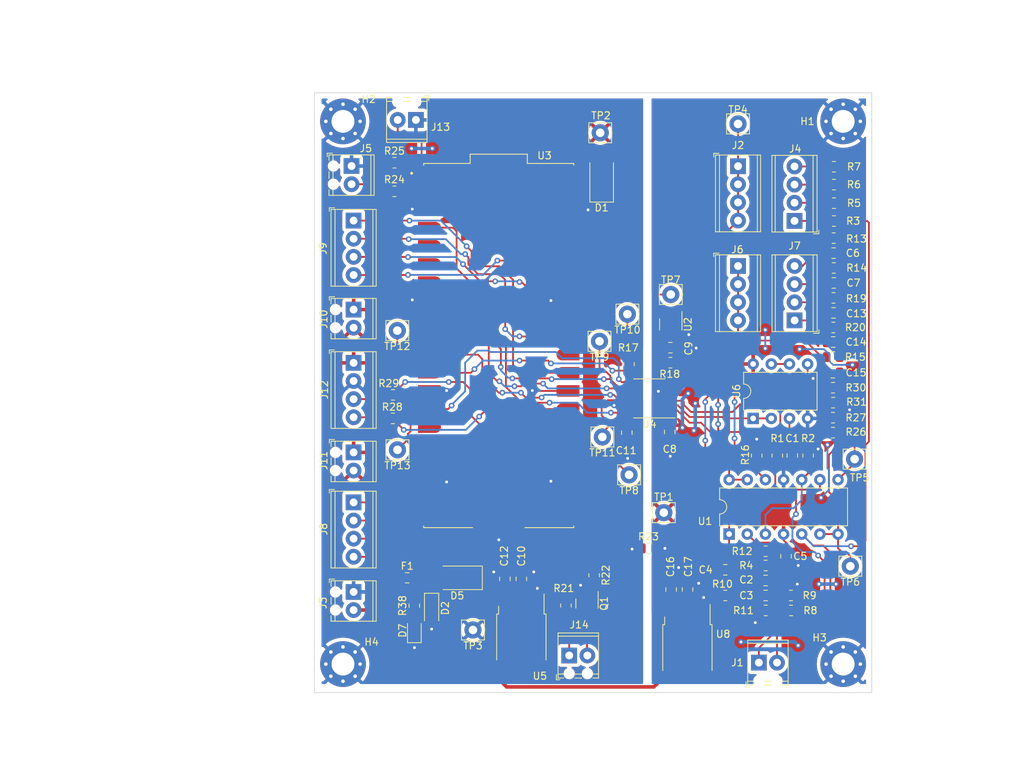
<source format=kicad_pcb>
(kicad_pcb (version 20221018) (generator pcbnew)
  (layers (0 "F.Cu" signal) (31 "B.Cu" signal) (34 "B.Paste" user) (35 "F.Paste" user) (36 "B.SilkS" user "B.Silkscreen") (37 "F.SilkS" user "F.Silkscreen") (38 "B.Mask" user) (39 "F.Mask" user) (44 "Edge.Cuts" user))
  (net 0 "")
  (net 1 "/Analog Front End/V{slash}2")
  (net 2 "GNDA")
  (net 3 "Net-(C2-Pad1)")
  (net 4 "Net-(C2-Pad2)")
  (net 5 "Net-(C3-Pad1)")
  (net 6 "Net-(J2-Pin_1)")
  (net 7 "+5V")
  (net 8 "Net-(J7-Pin_4)")
  (net 9 "Net-(C13-Pad2)")
  (net 10 "Net-(J7-Pin_3)")
  (net 11 "Net-(U2-K)")
  (net 12 "+3.3V")
  (net 13 "GNDD")
  (net 14 "Net-(D5-K)")
  (net 15 "Net-(J7-Pin_2)")
  (net 16 "Net-(J7-Pin_1)")
  (net 17 "Net-(D1-K)")
  (net 18 "Net-(D2-K)")
  (net 19 "Net-(D7-A)")
  (net 20 "+12V")
  (net 21 "Net-(J1-Pin_1)")
  (net 22 "Net-(J1-Pin_2)")
  (net 23 "Net-(J4-Pin_1)")
  (net 24 "Net-(J4-Pin_2)")
  (net 25 "Net-(J8-Pin_1)")
  (net 26 "Net-(J8-Pin_2)")
  (net 27 "Net-(J8-Pin_3)")
  (net 28 "Net-(J8-Pin_4)")
  (net 29 "Net-(J9-Pin_1)")
  (net 30 "Net-(J9-Pin_2)")
  (net 31 "Net-(J9-Pin_3)")
  (net 32 "Net-(J9-Pin_4)")
  (net 33 "/SDA")
  (net 34 "/SCL")
  (net 35 "Net-(U1A--)")
  (net 36 "Net-(J4-Pin_3)")
  (net 37 "Net-(J4-Pin_4)")
  (net 38 "Net-(U1D-+)")
  (net 39 "/Analog Front End/CS")
  (net 40 "Net-(U1B--)")
  (net 41 "Net-(U1D--)")
  (net 42 "Net-(J5-Pin_2)")
  (net 43 "Net-(J13-Pin_2)")
  (net 44 "/Analog Front End/SCK")
  (net 48 "/Analog Front End/INTERUPT")
  (net 49 "/Analog Front End/DATA_IN")
  (net 50 "/Analog Front End/DATA_OUT")
  (net 51 "/Analog Front End/CONVST")
  (net 54 "Net-(J14-Pin_1)")
  (net 74 "Net-(J14-Pin_2)")
  (net 75 "Net-(Q1-G)")
  (net 76 "Net-(U3-GP17)")
  (net 77 "Net-(U4-+IN0)")
  (net 78 "Net-(U6A-+)")
  (net 79 "Net-(U6B-+)")
  (net 80 "Net-(U6B--)")
  (footprint "Capacitor_SMD:C_0805_2012Metric" (layer "F.Cu") (at 218.65 80.816612)
    (fp_text reference "C13")
    (fp_text value "PNU")
  )
  (footprint "Resistor_SMD:R_0805_2012Metric" (layer "F.Cu") (at 192.75625 113.794112)
    (fp_text reference "R23")
    (fp_text value "0")
  )
  (footprint "Resistor_SMD:R_0805_2012Metric" (layer "F.Cu") (at 157.2 63.794112)
    (fp_text reference "R24")
    (fp_text value "10k")
  )
  (footprint "Resistor_SMD:R_0805_2012Metric" (layer "F.Cu") (at 218.6 86.994112)
    (fp_text reference "R15")
    (fp_text value "2.21k+/-0.1%")
  )
  (footprint "Resistor_SMD:R_0805_2012Metric" (layer "F.Cu") (at 218.7 62.854112)
    (fp_text reference "R6")
    (fp_text value "49.9k+/-0.1%")
  )
  (footprint "Resistor_SMD:R_0805_2012Metric" (layer "F.Cu") (at 212.7125 122.494112)
    (fp_text reference "R8")
    (fp_text value "13k")
  )
  (footprint "Connector_Pin:Pin_D1.2mm_L10.2mm_W2.9mm_FlatFork" (layer "F.Cu") (at 168.1875 125.219112)
    (fp_text reference "TP3")
    (fp_text value "4952")
  )
  (footprint "Capacitor_SMD:C_0805_2012Metric" (layer "F.Cu") (at 209.15 118.294112 180)
    (fp_text reference "C2")
    (fp_text value "100pF")
  )
  (footprint "TerminalBlock_Phoenix:TerminalBlock_Phoenix_MPT-0,5-4-2.54_1x04_P2.54mm_Horizontal" (layer "F.Cu") (at 213.1875 67.934112 90)
    (fp_text reference "J4")
    (fp_text value "Switch")
  )
  (footprint "TerminalBlock_Phoenix:TerminalBlock_Phoenix_MPT-0,5-4-2.54_1x04_P2.54mm_Horizontal" (layer "F.Cu") (at 205.2875 74.254112 -90)
    (fp_text reference "J6")
    (fp_text value "Switch")
  )
  (footprint "Connector_Pin:Pin_D1.2mm_L10.2mm_W2.9mm_FlatFork" (layer "F.Cu") (at 221 116.294112)
    (fp_text reference "TP6")
    (fp_text value "4952")
  )
  (footprint "Fuse:Fuse_0805_2012Metric" (layer "F.Cu") (at 158.9875 117.919112)
    (fp_text reference "F1")
    (fp_text value "2A")
  )
  (footprint "Resistor_SMD:R_0805_2012Metric" (layer "F.Cu") (at 218.575 91.294112 180)
    (fp_text reference "R30")
    (fp_text value "10k")
  )
  (footprint "TerminalBlock_Phoenix:TerminalBlock_Phoenix_MPT-0,5-4-2.54_1x04_P2.54mm_Horizontal" (layer "F.Cu") (at 151.4875 67.894112 -90)
    (fp_text reference "J9")
    (fp_text value "Current Range Switch Indicator")
  )
  (footprint "Connector_Pin:Pin_D1.2mm_L10.2mm_W2.9mm_FlatFork" (layer "F.Cu") (at 186 55.594112)
    (fp_text reference "TP2")
    (fp_text value "4952")
  )
  (footprint "Connector_Pin:Pin_D1.2mm_L10.2mm_W2.9mm_FlatFork" (layer "F.Cu") (at 185.9 84.794112)
    (fp_text reference "TP9")
    (fp_text value "4952")
  )
  (footprint "Capacitor_SMD:C_0805_2012Metric" (layer "F.Cu") (at 195.92 119.554112 90)
    (fp_text reference "C16")
    (fp_text value "0.1uF")
  )
  (footprint "Diode_SMD:D_SMA" (layer "F.Cu") (at 165.9875 117.919112 180)
    (fp_text reference "D5")
    (fp_text value "B140-13-F")
  )
  (footprint "Resistor_SMD:R_0805_2012Metric" (layer "F.Cu") (at 207.9 100.794112 90)
    (fp_text reference "R16")
    (fp_text value "10k+/-0.1%")
  )
  (footprint "Capacitor_SMD:C_0805_2012Metric" (layer "F.Cu") (at 212 114.894112 -90)
    (fp_text reference "C5")
    (fp_text value "0.1uF")
  )
  (footprint "Package_DIP:DIP-8_W7.62mm" (layer "F.Cu") (at 207.4 95.594112 90)
    (fp_text reference "U6")
    (fp_text value "LM6142xIx")
  )
  (footprint "Capacitor_SMD:C_0805_2012Metric" (layer "F.Cu") (at 174.9625 118.069112 90)
    (fp_text reference "C10")
    (fp_text value "10uF")
  )
  (footprint "TerminalBlock_Phoenix:TerminalBlock_Phoenix_MPT-0,5-2-2.54_1x02_P2.54mm_Horizontal" (layer "F.Cu") (at 151.4875 119.894112 -90)
    (fp_text reference "J3")
    (fp_text value "12V Power")
  )
  (footprint "Resistor_SMD:R_0805_2012Metric" (layer "F.Cu") (at 215.0875 100.794112 90)
    (fp_text reference "R2")
    (fp_text value "10k+/-0.1%")
  )
  (footprint "Diode_SMD:D_SMA" (layer "F.Cu") (at 186.2 61.794112 90)
    (fp_text reference "D1")
    (fp_text value "B140-13-F")
  )
  (footprint "Connector_Pin:Pin_D1.2mm_L10.2mm_W2.9mm_FlatFork" (layer "F.Cu") (at 195.875 78.244112)
    (fp_text reference "TP7")
    (fp_text value "4952")
  )
  (footprint "LC_meter:MODULE_SC0915" (layer "F.Cu") (at 171.7975 85.394112)
    (fp_text reference "U3")
    (fp_text value "Raspberry Pi Pico SC0915")
  )
  (footprint "Resistor_SMD:R_0805_2012Metric" (layer "F.Cu") (at 212.7 120.394112)
    (fp_text reference "R9")
    (fp_text value "13k")
  )
  (footprint "Connector_Pin:Pin_D1.2mm_L10.2mm_W2.9mm_FlatFork" (layer "F.Cu") (at 189.8 80.994112)
    (fp_text reference "TP10")
    (fp_text value "4952")
  )
  (footprint "Resistor_SMD:R_0805_2012Metric" (layer "F.Cu") (at 218.6875 74.522862)
    (fp_text reference "R14")
    (fp_text value "2.49k+/-0.1%")
  )
  (footprint "Package_TO_SOT_SMD:TO-252-3_TabPin2" (layer "F.Cu") (at 198.2 127.794112 -90)
    (fp_text reference "U8")
    (fp_text value "LM1117DT-5.0")
  )
  (footprint "TerminalBlock_Phoenix:TerminalBlock_Phoenix_MPT-0,5-4-2.54_1x04_P2.54mm_Horizontal" (layer "F.Cu") (at 151.4875 87.814112 -90)
    (fp_text reference "J12")
    (fp_text value "Display Connector")
  )
  (footprint "Capacitor_SMD:C_0805_2012Metric" (layer "F.Cu") (at 195.825 85.694112)
    (fp_text reference "C9")
    (fp_text value "10uF")
  )
  (footprint "TerminalBlock_Phoenix:TerminalBlock_Phoenix_MPT-0,5-4-2.54_1x04_P2.54mm_Horizontal" (layer "F.Cu") (at 205.2875 60.274112 -90)
    (fp_text reference "J2")
    (fp_text value "Switch")
  )
  (footprint "Resistor_SMD:R_0805_2012Metric" (layer "F.Cu") (at 209.15 114.194112 180)
    (fp_text reference "R12")
    (fp_text value "187k")
  )
  (footprint "Resistor_SMD:R_0805_2012Metric" (layer "F.Cu") (at 157.2 59.794112)
    (fp_text reference "R25")
    (fp_text value "10k")
  )
  (footprint "Resistor_SMD:R_0805_2012Metric" (layer "F.Cu") (at 218.675 70.347862)
    (fp_text reference "R13")
    (fp_text value "249+/-0.1%")
  )
  (footprint "Resistor_SMD:R_0805_2012Metric" (layer "F.Cu") (at 218.625 82.854112)
    (fp_text reference "R20")
    (fp_text value "PNU")
  )
  (footprint "Resistor_SMD:R_0805_2012Metric" (layer "F.Cu") (at 218.65 78.716612)
    (fp_text reference "R19")
    (fp_text value "PNU")
  )
  (footprint "Resistor_SMD:R_0805_2012Metric" (layer "F.Cu") (at 203.5 120.394112 180)
    (fp_text reference "R10")
    (fp_text value "13k")
  )
  (footprint "Capacitor_SMD:C_0805_2012Metric" (layer "F.Cu") (at 195.725 97.494112 -90)
    (fp_text reference "C8")
    (fp_text value "0.1uF")
  )
  (footprint "Resistor_SMD:R_0805_2012Metric" (layer "F.Cu") (at 159.9875 121.819112 90)
    (fp_text reference "R38")
    (fp_text value "1.78k")
  )
  (footprint "Resistor_SMD:R_0805_2012Metric" (layer "F.Cu") (at 157 92.294112)
    (fp_text reference "R29")
    (fp_text value "10k")
  )
  (footprint "Resistor_SMD:R_0805_2012Metric" (layer "F.Cu") (at 218.575 97.594112)
    (fp_text reference "R26")
    (fp_text value "2.21k+/-0.1%")
  )
  (footprint "Resistor_SMD:R_0805_2012Metric" (layer "F.Cu") (at 195.825 87.794112 180)
    (fp_text reference "R18")
    (fp_text value "1k")
  )
  (footprint "Resistor_SMD:R_0805_2012Metric" (layer "F.Cu") (at 218.5875 93.394112 180)
    (fp_text reference "R31")
    (fp_text value "10k")
  )
  (footprint "MountingHole:MountingHole_3.2mm_M3_Pad_Via" (layer "F.Cu") (at 150 130)
    (fp_text reference "H4")
    (fp_text value "M3")
  )
  (footprint "Connector_Pin:Pin_D1.2mm_L10.2mm_W2.9mm_FlatFork" (layer "F.Cu") (at 205.2875 54.354112)
    (fp_text reference "TP4")
    (fp_text value "4952")
  )
  (footprint "Resistor_SMD:R_0805_2012Metric" (layer "F.Cu") (at 190.025 87.994112 -90)
    (fp_text reference "R17")
    (fp_text value "10k")
  )
  (footprint "TerminalBlock_Phoenix:TerminalBlock_Phoenix_MPT-0,5-2-2.54_1x02_P2.54mm_Horizontal" (layer "F.Cu") (at 151.4875 80.354112 -90)
    (fp_text reference "J10")
    (fp_text value "Range Switch")
  )
  (footprint "Capacitor_SMD:C_0805_2012Metric" (layer "F.Cu") (at 198.22 119.554112 90)
    (fp_text reference "C17")
    (fp_text value "10uF")
  )
  (footprint "Resistor_SMD:R_0805_2012Metric" (layer "F.Cu") (at 210.7875 100.794112 -90)
    (fp_text reference "R1")
    (fp_text value "10k+/-0.1%")
  )
  (footprint "MountingHole:MountingHole_3.2mm_M3_Pad_Via" (layer "F.Cu") (at 220 54)
    (fp_text reference "H1")
    (fp_text value "M3")
  )
  (footprint "Package_TO_SOT_SMD:TO-252-3_TabPin2" (layer "F.Cu") (at 174.9625 126.309112 -90)
    (fp_text reference "U5")
    (fp_text value "LM1117DT-3.3")
  )
  (footprint "Resistor_SMD:R_0805_2012Metric" (layer "F.Cu") (at 218.575 95.494112)
    (fp_text reference "R27")
    (fp_text value "10k+/-0.1%")
  )
  (footprint "Package_SO:TSSOP-16_4.4x5mm_P0.65mm" (layer "F.Cu") (at 192.875 92.794112 180)
    (fp_text reference "U4")
    (fp_text value "ADS8328IPW")
  )
  (footprint "Connector_Pin:Pin_D1.2mm_L10.2mm_W2.9mm_FlatFork" (layer "F.Cu") (at 190.0375 103.494112)
    (fp_text reference "TP8")
    (fp_text value "4952")
  )
  (footprint "TerminalBlock_Phoenix:TerminalBlock_Phoenix_MPT-0,5-4-2.54_1x04_P2.54mm_Horizontal" (layer "F.Cu") (at 213.2 81.874112 90)
    (fp_text reference "J7")
    (fp_text value "Switch")
  )
  (footprint "Resistor_SMD:R_0805_2012Metric" (layer "F.Cu") (at 218.7 60.354112)
    (fp_text reference "R7")
    (fp_text value "499k+/-0.1%")
  )
  (footprint "Package_TO_SOT_SMD:SOT-23" (layer "F.Cu") (at 184.15 121.519112 -90)
    (fp_text reference "Q1")
    (fp_text value "2N7002")
  )
  (footprint "Connector_Pin:Pin_D1.2mm_L10.2mm_W2.9mm_FlatFork" (layer "F.Cu") (at 221.6 101.294112)
    (fp_text reference "TP5")
    (fp_text value "4952")
  )
  (footprint "Resistor_SMD:R_0805_2012Metric" (layer "F.Cu") (at 156.9875 95.594112)
    (fp_text reference "R28")
    (fp_text value "10k")
  )
  (footprint "Connector_Pin:Pin_D1.2mm_L10.2mm_W2.9mm_FlatFork" (layer "F.Cu") (at 157.625 99.994112)
    (fp_text reference "TP13")
    (fp_text value "4952")
  )
  (footprint "TerminalBlock_Phoenix:TerminalBlock_Phoenix_MPT-0,5-2-2.54_1x02_P2.54mm_Horizontal" (layer "F.Cu") (at 151.4875 100.354112 -90)
    (fp_text reference "J11")
    (fp_text value "Range Switch")
  )
  (footprint "Resistor_SMD:R_0805_2012Metric" (layer "F.Cu") (at 181.2 121.794112 -90)
    (fp_text reference "R21")
    (fp_text value "68")
  )
  (footprint "Capacitor_SMD:C_0805_2012Metric" (layer "F.Cu") (at 189.725 97.594112 -90)
    (fp_text reference "C11")
    (fp_text value "0.1uF")
  )
  (footprint "TerminalBlock_Phoenix:TerminalBlock_Phoenix_MPT-0,5-2-2.54_1x02_P2.54mm_Horizontal" (layer "F.Cu") (at 181.66 128.794112)
    (fp_text reference "J14")
    (fp_text value "Panel LED")
  )
  (footprint "Capacitor_SMD:C_0805_2012Metric" (layer "F.Cu") (at 218.55 89.194112 180)
    (fp_text reference "C15")
    (fp_text value "0.1uF")
  )
  (footprint "Capacitor_SMD:C_0805_2012Metric" (layer "F.Cu") (at 209.15 120.394112)
    (fp_text reference "C3")
    (fp_text value "100pF")
  )
  (footprint "Resistor_SMD:R_0805_2012Metric" (layer "F.Cu") (at 209.15 116.194112)
    (fp_text reference "R4")
    (fp_text value "6.49k")
  )
  (footprint "LED_SMD:LED_0805_2012Metric" (layer "F.Cu") (at 159.9875 125.319112 90)
    (fp_text reference "D7")
    (fp_text value "LTST-C171TBKT")
  )
  (footprint "TerminalBlock_Phoenix:TerminalBlock_Phoenix_MPT-0,5-2-2.54_1x02_P2.54mm_Horizontal" (layer "F.Cu") (at 151.2 60.254112 -90)
    (fp_text reference "J5")
    (fp_text value "Mode Switch")
  )
  (footprint "MountingHole:MountingHole_3.2mm_M3_Pad_Via" (layer "F.Cu") (at 220 130)
    (fp_text reference "H3")
    (fp_text value "M3")
  )
  (footprint "Resistor_SMD:R_0805_2012Metric" (layer "F.Cu") (at 209.1625 122.494112)
    (fp_text reference "R11")
    (fp_text value "13k")
  )
  (footprint "Package_DIP:DIP-14_W7.62mm" (layer "F.Cu") (at 204.04 111.794112 90)
    (fp_text reference "U1")
    (fp_text value "LM6144xIx")
  )
  (footprint "Resistor_SMD:R_0805_2012Metric" (layer "F.Cu") (at 218.7 67.954112)
    (fp_text reference "R3")
    (fp_text value "499+/-0.1%")
  )
  (footprint "Capacitor_SMD:C_0805_2012Metric" (layer "F.Cu") (at 212.8875 100.794112 90)
    (fp_text reference "C1")
    (fp_text value "0.1uF")
  )
  (footprint "Capacitor_SMD:C_0805_2012Metric" (layer "F.Cu") (at 218.6875 76.622862)
    (fp_text reference "C7")
    (fp_text value "PNU")
  )
  (footprint "Capacitor_SMD:C_0805_2012Metric" (layer "F.Cu") (at 203.5 116.794112)
    (fp_text reference "C4")
    (fp_text value "100pF")
  )
  (footprint "Capacitor_SMD:C_0805_2012Metric" (layer "F.Cu") (at 218.6625 72.447862)
    (fp_text reference "C6")
    (fp_text value "PNU")
  )
  (footprint "Resistor_SMD:R_0805_2012Metric" (layer "F.Cu") (at 185.15 117.556612 -90)
    (fp_text reference "R22")
    (fp_text value "1k")
  )
  (footprint "TerminalBlock_Phoenix:TerminalBlock_Phoenix_MPT-0,5-4-2.54_1x04_P2.54mm_Horizontal" (layer "F.Cu") (at 151.4875 107.354112 -90)
    (fp_text reference "J8")
    (fp_text value "Thevenin Range Switch Indicator")
  )
  (footprint "Capacitor_SMD:C_0805_2012Metric" (layer "F.Cu") (at 218.6 84.894112)
    (fp_text reference "C14")
    (fp_text value "PNU")
  )
  (footprint "Connector_Pin:Pin_D1.2mm_L10.2mm_W2.9mm_FlatFork" (layer "F.Cu") (at 186.3 98.194112)
    (fp_text reference "TP11")
    (fp_text value "4952")
  )
  (footprint "Diode_SMD:D_SOD-123F" (layer "F.Cu") (at 162.4 122.294112 -90)
    (fp_text reference "D2")
    (fp_text value "SMF13A")
  )
  (footprint "Connector_Pin:Pin_D1.2mm_L10.2mm_W2.9mm_FlatFork" (layer "F.Cu") (at 157.6 83.294112)
    (fp_text reference "TP12")
    (fp_text value "4952")
  )
  (footprint "Capacitor_SMD:C_0805_2012Metric" (layer "F.Cu") (at 172.6625 118.069112 90)
    (fp_text reference "C12")
    (fp_text value "10uF")
  )
  (footprint "MountingHole:MountingHole_3.2mm_M3_Pad_Via" (layer "F.Cu") (at 150 54)
    (fp_text reference "H2")
    (fp_text value "M3")
  )
  (footprint "TerminalBlock_Phoenix:TerminalBlock_Phoenix_MPT-0,5-2-2.54_1x02_P2.54mm_Horizontal" (layer "F.Cu") (at 160.2 53.794112 180)
    (fp_text reference "J13")
    (fp_text value "Mode Switch")
  )
  (footprint "Package_TO_SOT_SMD:SOT-23-5" (layer "F.Cu") (at 195.875 82.431612 -90)
    (fp_text reference "U2")
    (fp_text value "LM4030-4.096")
  )
  (footprint "TerminalBlock_Phoenix:TerminalBlock_Phoenix_MPT-0,5-2-2.54_1x02_P2.54mm_Horizontal" (layer "F.Cu") (at 208.2 129.794112)
    (fp_text reference "J1")
    (fp_text value "DUT")
  )
  (footprint "Connector_Pin:Pin_D1.2mm_L10.2mm_W2.9mm_FlatFork" (layer "F.Cu") (at 194.9 108.794112 180)
    (fp_text reference "TP1")
    (fp_text value "4952")
  )
  (footprint "Resistor_SMD:R_0805_2012Metric" (layer "F.Cu") (at 218.7125 65.454112)
    (fp_text reference "R5")
    (fp_text value "4.99k+/-0.1%")
  )
  (gr_line (start 224 134) (end 146 134) (stroke (width 0.1)) (layer "Edge.Cuts"))
  (gr_line (start 146 134) (end 146 50) (stroke (width 0.1)) (layer "Edge.Cuts"))
  (gr_line (start 224 50) (end 224 134) (stroke (width 0.1)) (layer "Edge.Cuts"))
  (gr_line (start 146 50) (end 224 50) (stroke (width 0.1)) (layer "Edge.Cuts"))
  (segment (start 210.0125 101.706612) (end 210.7875 101.706612) (width 0.25) (layer "F.Cu") (net 1))
  (segment (start 209.9 97.294112) (end 209.75 97.444112) (width 0.25) (layer "F.Cu") (net 1))
  (segment (start 211.2 96.794112) (end 210.7 97.294112) (width 0.25) (layer "F.Cu") (net 1))
  (segment (start 212.925 101.706612) (end 212.8875 101.744112) (width 0.25) (layer "F.Cu") (net 1))
  (segment (start 209.75 101.444112) (end 210.0125 101.706612) (width 0.25) (layer "F.Cu") (net 1))
  (segment (start 215.0875 101.706612) (end 215.0875 103.286612) (width 0.25) (layer "F.Cu") (net 1))
  (segment (start 210.7 97.294112) (end 209.9 97.294112) (width 0.25) (layer "F.Cu") (net 1))
  (segment (start 204.5 94.694112) (end 205.6 93.594112) (width 0.25) (layer "F.Cu") (net 1))
  (segment (start 195.7375 93.119112) (end 197.525 93.119112) (width 0.25) (layer "F.Cu") (net 1))
  (segment (start 212.85 101.706612) (end 212.8875 101.744112) (width 0.25) (layer "F.Cu") (net 1))
  (segment (start 215.0875 101.706612) (end 212.925 101.706612) (width 0.25) (layer "F.Cu") (net 1))
  (segment (start 197.525 93.119112) (end 197.7 93.294112) (width 0.25) (layer "F.Cu") (net 1))
  (segment (start 215.0875 103.286612) (end 214.2 104.174112) (width 0.25) (layer "F.Cu") (net 1))
  (segment (start 209.75 97.444112) (end 209.75 101.444112) (width 0.25) (layer "F.Cu") (net 1))
  (segment (start 198.7 94.694112) (end 204.5 94.694112) (width 0.25) (layer "F.Cu") (net 1))
  (segment (start 210.6 93.594112) (end 211.2 94.194112) (width 0.25) (layer "F.Cu") (net 1))
  (segment (start 205.6 93.594112) (end 210.6 93.594112) (width 0.25) (layer "F.Cu") (net 1))
  (segment (start 210.7875 101.706612) (end 212.85 101.706612) (width 0.25) (layer "F.Cu") (net 1))
  (segment (start 197.7 93.294112) (end 197.7 93.694112) (width 0.25) (layer "F.Cu") (net 1))
  (segment (start 211.2 94.194112) (end 211.2 96.794112) (width 0.25) (layer "F.Cu") (net 1))
  (segment (start 197.7 93.694112) (end 198.7 94.694112) (width 0.25) (layer "F.Cu") (net 1))
  (segment (start 210.0525 108.174112) (end 209.12 109.106612) (width 0.25) (layer "B.Cu") (net 1))
  (segment (start 213.0525 108.174112) (end 210.0525 108.174112) (width 0.25) (layer "B.Cu") (net 1))
  (segment (start 209.12 109.106612) (end 209.12 111.794112) (width 0.25) (layer "B.Cu") (net 1))
  (segment (start 214.2 104.174112) (end 214.2 107.026612) (width 0.25) (layer "B.Cu") (net 1))
  (segment (start 214.2 107.026612) (end 213.0525 108.174112) (width 0.25) (layer "B.Cu") (net 1))
  (segment (start 198.22 118.604112) (end 199.7 118.604112) (width 0.25) (layer "F.Cu") (net 2))
  (segment (start 193.66875 113.794112) (end 195.05625 113.794112) (width 0.25) (layer "F.Cu") (net 2))
  (segment (start 216.6 89.194112) (end 215.8 89.994112) (width 0.25) (layer "F.Cu") (net 2))
  (segment (start 196.825 83.569112) (end 198.1 83.569112) (width 0.25) (layer "F.Cu") (net 2))
  (segment (start 219.4875 93.406612) (end 219.5 93.394112) (width 0.25) (layer "F.Cu") (net 2))
  (segment (start 220.9 94.394112) (end 220.9 93.694112) (width 0.25) (layer "F.Cu") (net 2))
  (segment (start 209.2 124.194112) (end 210.075 123.319112) (width 0.25) (layer "F.Cu") (net 2))
  (segment (start 210.075 122.494112) (end 210.075 123.319112) (width 0.25) (layer "F.Cu") (net 2))
  (segment (start 213.6125 118.819112) (end 213.5875 118.794112) (width 0.25) (layer "F.Cu") (net 2))
  (segment (start 213.6125 120.394112) (end 213.6125 118.819112) (width 0.25) (layer "F.Cu") (net 2))
  (segment (start 220.6 93.394112) (end 219.5 93.394112) (width 0.25) (layer "F.Cu") (net 2))
  (segment (start 199.7 118.604112) (end 199.775 118.679112) (width 0.25) (layer "F.Cu") (net 2))
  (segment (start 195.7125 91.794112) (end 195.7375 91.819112) (width 0.25) (layer "F.Cu") (net 2))
  (segment (start 198.1 83.569112) (end 198.4 83.869112) (width 0.25) (layer "F.Cu") (net 2))
  (segment (start 195.7375 91.819112) (end 195.7375 92.469112) (width 0.25) (layer "F.Cu") (net 2))
  (segment (start 217.6 89.194112) (end 216.6 89.194112) (width 0.25) (layer "F.Cu") (net 2))
  (segment (start 212.8875 99.844112) (end 215.05 99.844112) (width 0.25) (layer "F.Cu") (net 2))
  (segment (start 209.2 124.194112) (end 207.7 124.194112) (width 0.25) (layer "F.Cu") (net 2))
  (segment (start 196.775 85.694112) (end 199.375 85.694112) (width 0.25) (layer "F.Cu") (net 2))
  (segment (start 212 115.844112) (end 213.3625 115.844112) (width 0.25) (layer "F.Cu") (net 2))
  (segment (start 213.3625 115.844112) (end 213.7125 116.194112) (width 0.25) (layer "F.Cu") (net 2))
  (segment (start 220.9 93.694112) (end 220.6 93.394112) (width 0.25) (layer "F.Cu") (net 2))
  (segment (start 207.9 99.881612) (end 207.9 98.494112) (width 0.25) (layer "F.Cu") (net 2))
  (segment (start 199.375 85.694112) (end 199.425 85.744112) (width 0.25) (layer "F.Cu") (net 2))
  (segment (start 195.8 98.519112) (end 195.725 98.444112) (width 0.25) (layer "F.Cu") (net 2))
  (segment (start 196.975 117.549112) (end 196.975 116.479112) (width 0.25) (layer "F.Cu") (net 2))
  (segment (start 195.92 118.604112) (end 196.975 117.549112) (width 0.25) (layer "F.Cu") (net 2))
  (segment (start 195.8 100.894112) (end 195.8 98.519112) (width 0.25) (layer "F.Cu") (net 2))
  (segment (start 216.4875 99.881612) (end 215.0875 99.881612) (width 0.25) (layer "F.Cu") (net 2))
  (segment (start 200.48 122.754112) (end 200.48 120.684112) (width 0.25) (layer "F.Cu") (net 2))
  (segment (start 200.48 120.684112) (end 200.475 120.679112) (width 0.25) (layer "F.Cu") (net 2))
  (segment (start 219.4875 95.494112) (end 219.4875 93.406612) (width 0.25) (layer "F.Cu") (net 2))
  (segment (start 215.05 99.844112) (end 215.0875 99.881612) (width 0.25) (layer "F.Cu") (net 2))
  (segment (start 194.1375 91.794112) (end 195.7125 91.794112) (width 0.25) (layer "F.Cu") (net 2))
  (via (at 196.975 116.479112) (size 0.8) (drill 0.4) (layers "F.Cu" "B.Cu") (net 2))
  (via (at 195.05625 113.794112) (size 0.8) (drill 0.4) (layers "F.Cu" "B.Cu") (net 2))
  (via (at 198.4 83.869112) (size 0.8) (drill 0.4) (layers "F.Cu" "B.Cu") (net 2))
  (via (at 194.1375 91.794112) (size 0.8) (drill 0.4) (layers "F.Cu" "B.Cu") (net 2))
  (via (at 220.9 94.394112) (size 0.8) (drill 0.4) (layers "F.Cu" "B.Cu") (net 2))
  (via (at 195.8 100.894112) (size 0.8) (drill 0.4) (layers "F.Cu" "B.Cu") (net 2))
  (via (at 200.475 120.679112) (size 0.8) (drill 0.4) (layers "F.Cu" "B.Cu") (net 2))
  (via (at 215.8 89.994112) (size 0.8) (drill 0.4) (layers "F.Cu" "B.Cu") (net 2))
  (via (at 199.775 118.679112) (size 0.8) (drill 0.4) (layers "F.Cu" "B.Cu") (net 2))
  (via (at 199.425 85.744112) (size 0.8) (drill 0.4) (layers "F.Cu" "B.Cu") (net 2))
  (via (at 207.9 98.494112) (size 0.8) (drill 0.4) (layers "F.Cu" "B.Cu") (net 2))
  (via (at 207.7 124.194112) (size 0.8) (drill 0.4) (layers "F.Cu" "B.Cu") (net 2))
  (via (at 213.5875 118.794112) (size 0.8) (drill 0.4) (layers "F.Cu" "B.Cu") (net 2))
  (via (at 213.7125 116.194112) (size 0.8) (drill 0.4) (layers "F.Cu" "B.Cu") (net 2))
  (via (at 216.4875 99.881612) (size 0.8) (drill 0.4) (layers "F.Cu" "B.Cu") (net 2))
  (segment (start 210.1 118.294112) (end 210.1 120.394112) (width 0.25) (layer "F.Cu") (net 3))
  (segment (start 211.8875 120.494112) (end 211.7875 120.394112) (width 0.25) (layer "F.Cu") (net 3))
  (segment (start 210.1 120.394112) (end 211.7875 120.394112) (width 0.25) (layer "F.Cu") (net 3))
  (segment (start 211.8875 122.494112) (end 211.8875 120.494112) (width 0.25) (layer "F.Cu") (net 3))
  (segment (start 208.2375 118.256612) (end 208.2 118.294112) (width 0.25) (layer "F.Cu") (net 4))
  (segment (start 208.2375 116.194112) (end 208.2375 118.256612) (width 0.25) (layer "F.Cu") (net 4))
  (segment (start 204.45 120.356612) (end 204.4125 120.394112) (width 0.25) (layer "F.Cu") (net 5))
  (segment (start 208.25 120.444112) (end 208.2 120.394112) (width 0.25) (layer "F.Cu") (net 5))
  (segment (start 204.45 116.794112) (end 204.45 120.356612) (width 0.25) (layer "F.Cu") (net 5))
  (segment (start 208.25 122.494112) (end 208.25 120.444112) (width 0.25) (layer "F.Cu") (net 5))
  (segment (start 204.4125 120.394112) (end 208.2 120.394112) (width 0.25) (layer "F.Cu") (net 5))
  (segment (start 200.7 98.694112) (end 200.7 100.994112) (width 0.25) (layer "F.Cu") (net 6))
  (segment (start 205.2875 60.274112) (end 205.2875 54.354112) (width 0.25) (layer "F.Cu") (net 6))
  (segment (start 205.2875 65.354112) (end 205.2875 67.894112) (width 0.25) (layer "F.Cu") (net 6))
  (segment (start 204.04 111.794112) (end 204.04 113.834112) (width 0.25) (layer "F.Cu") (net 6))
  (segment (start 202 104.214112) (end 204.04 106.254112) (width 0.25) (layer "F.Cu") (net 6))
  (segment (start 202.55 115.324112) (end 204.04 113.834112) (width 0.25) (layer "F.Cu") (net 6))
  (segment (start 200.7 92.894112) (end 200.7 93.294112) (width 0.25) (layer "F.Cu") (net 6))
  (segment (start 205.2875 67.894112) (end 203.2 69.981612) (width 0.25) (layer "F.Cu") (net 6))
  (segment (start 203.2 90.394112) (end 200.7 92.894112) (width 0.25) (layer "F.Cu") (net 6))
  (segment (start 204.04 113.834112) (end 204.4 114.194112) (width 0.25) (layer "F.Cu") (net 6))
  (segment (start 205.2875 62.814112) (end 205.2875 65.354112) (width 0.25) (layer "F.Cu") (net 6))
  (segment (start 204.04 106.254112) (end 204.04 111.794112) (width 0.25) (layer "F.Cu") (net 6))
  (segment (start 202 102.294112) (end 202 104.214112) (width 0.25) (layer "F.Cu") (net 6))
  (segment (start 200.7 100.994112) (end 202 102.294112) (width 0.25) (layer "F.Cu") (net 6))
  (segment (start 204.4 114.194112) (end 208.2375 114.194112) (width 0.25) (layer "F.Cu") (net 6))
  (segment (start 205.2875 60.274112) (end 205.2875 62.814112) (width 0.25) (layer "F.Cu") (net 6))
  (segment (start 202.55 116.794112) (end 202.55 115.324112) (width 0.25) (layer "F.Cu") (net 6))
  (segment (start 203.2 69.981612) (end 203.2 90.394112) (width 0.25) (layer "F.Cu") (net 6))
  (via (at 200.7 93.294112) (size 0.8) (drill 0.4) (layers "F.Cu" "B.Cu") (net 6))
  (via (at 200.7 98.694112) (size 0.8) (drill 0.4) (layers "F.Cu" "B.Cu") (net 6))
  (segment (start 200.7 93.294112) (end 200.7 98.694112) (width 0.25) (layer "B.Cu") (net 6))
  (segment (start 211.66 111.794112) (end 211.66 112.654112) (width 0.25) (layer "F.Cu") (net 7))
  (segment (start 212.12 113.824112) (end 212 113.944112) (width 0.25) (layer "F.Cu") (net 7))
  (segment (start 211.66 112.654112) (end 212 112.994112) (width 0.25) (layer "F.Cu") (net 7))
  (segment (start 212 112.994112) (end 212 113.944112) (width 0.25) (layer "F.Cu") (net 7))
  (via (at 205.7 126.894112) (size 0.8) (drill 0.4) (layers "F.Cu" "B.Cu") (net 7))
  (via (at 199.3 93.494112) (size 0.8) (drill 0.4) (layers "F.Cu" "B.Cu") (net 7))
  (via (at 213.7 127.394112) (size 0.8) (drill 0.4) (layers "F.Cu" "B.Cu") (net 7))
  (via (at 217.8 99.294112) (size 0.8) (drill 0.4) (layers "F.Cu" "B.Cu") (net 7))
  (via (at 209.1 85.794112) (size 0.8) (drill 0.4) (layers "F.Cu" "B.Cu") (net 7))
  (via (at 209.1 83.194112) (size 0.8) (drill 0.4) (layers "F.Cu" "B.Cu") (net 7))
  (via (at 213.9 85.894112) (size 0.8) (drill 0.4) (layers "F.Cu" "B.Cu") (net 7))
  (via (at 216.9 106.694112) (size 0.8) (drill 0.4) (layers "F.Cu" "B.Cu") (net 7))
  (via (at 219 118.794112) (size 0.8) (drill 0.4) (layers "F.Cu" "B.Cu") (net 7))
  (via (at 221.3 88.094112) (size 0.8) (drill 0.4) (layers "F.Cu" "B.Cu") (net 7))
  (via (at 199.1 97.294112) (size 0.8) (drill 0.4) (layers "F.Cu" "B.Cu") (net 7))
  (via (at 216.6 118.794112) (size 0.8) (drill 0.4) (layers "F.Cu" "B.Cu") (net 7))
  (via (at 198.3 92.094112) (size 0.8) (drill 0.4) (layers "F.Cu" "B.Cu") (net 7))
  (via (at 197.5 96.894112) (size 0.8) (drill 0.4) (layers "F.Cu" "B.Cu") (net 7))
  (segment (start 218.6 88.094112) (end 221.3 88.094112) (width 0.25) (layer "B.Cu") (net 7))
  (segment (start 199.3 97.094112) (end 199.1 97.294112) (width 0.5) (layer "B.Cu") (net 7))
  (segment (start 197.5 92.894112) (end 197.5 96.894112) (width 0.5) (layer "B.Cu") (net 7))
  (segment (start 218.1 86.694112) (end 218.1 87.594112) (width 0.25) (layer "B.Cu") (net 7))
  (segment (start 213.9 85.894112) (end 217.3 85.894112) (width 0.25) (layer "B.Cu") (net 7))
  (segment (start 209.1 85.794112) (end 209.1 83.194112) (width 0.25) (layer "B.Cu") (net 7))
  (segment (start 213.2 126.894112) (end 213.7 127.394112) (width 0.5) (layer "B.Cu") (net 7))
  (segment (start 205.7 126.894112) (end 213.2 126.894112) (width 0.5) (layer "B.Cu") (net 7))
  (segment (start 218 102.794112) (end 218 105.594112) (width 0.25) (layer "B.Cu") (net 7))
  (segment (start 216.6 118.794112) (end 219 118.794112) (width 0.5) (layer "B.Cu") (net 7))
  (segment (start 218.1 87.594112) (end 218.6 88.094112) (width 0.25) (layer "B.Cu") (net 7))
  (segment (start 199.3 93.494112) (end 199.3 97.094112) (width 0.5) (layer "B.Cu") (net 7))
  (segment (start 218 105.594112) (end 216.9 106.694112) (width 0.25) (layer "B.Cu") (net 7))
  (segment (start 217.8 102.594112) (end 218 102.794112) (width 0.25) (layer "B.Cu") (net 7))
  (segment (start 198.3 92.094112) (end 197.5 92.894112) (width 0.5) (layer "B.Cu") (net 7))
  (segment (start 217.3 85.894112) (end 218.1 86.694112) (width 0.25) (layer "B.Cu") (net 7))
  (segment (start 217.8 99.294112) (end 217.8 102.594112) (width 0.25) (layer "B.Cu") (net 7))
  (segment (start 213.2 74.254112) (end 214.3 74.254112) (width 0.25) (layer "F.Cu") (net 8))
  (segment (start 216.50625 72.447862) (end 217.7125 72.447862) (width 0.25) (layer "F.Cu") (net 8))
  (segment (start 216.5 72.454112) (end 216.50625 72.447862) (width 0.25) (layer "F.Cu") (net 8))
  (segment (start 217.7625 72.397862) (end 217.7125 72.447862) (width 0.25) (layer "F.Cu") (net 8))
  (segment (start 216.1 72.454112) (end 216.5 72.454112) (width 0.25) (layer "F.Cu") (net 8))
  (segment (start 214.3 74.254112) (end 216.1 72.454112) (width 0.25) (layer "F.Cu") (net 8))
  (segment (start 217.7625 70.347862) (end 217.7625 72.397862) (width 0.25) (layer "F.Cu") (net 8))
  (segment (start 221.6 101.854112) (end 221.6 101.294112) (width 0.25) (layer "F.Cu") (net 9))
  (segment (start 222.9 97.194112) (end 221.6 98.494112) (width 0.25) (layer "F.Cu") (net 9))
  (segment (start 219.6 82.791612) (end 219.5375 82.854112) (width 0.25) (layer "F.Cu") (net 9))
  (segment (start 219.6375 78.641612) (end 219.5625 78.716612) (width 0.25) (layer "F.Cu") (net 9))
  (segment (start 219.6 74.522862) (end 219.6 76.585362) (width 0.25) (layer "F.Cu") (net 9))
  (segment (start 219.5875 70.347862) (end 219.5875 72.422862) (width 0.25) (layer "F.Cu") (net 9))
  (segment (start 219.28 104.174112) (end 221.6 101.854112) (width 0.25) (layer "F.Cu") (net 9))
  (segment (start 219.5625 78.716612) (end 219.5625 80.779112) (width 0.25) (layer "F.Cu") (net 9))
  (segment (start 219.6 76.585362) (end 219.6375 76.622862) (width 0.25) (layer "F.Cu") (net 9))
  (segment (start 219.6 80.816612) (end 219.6 82.791612) (width 0.25) (layer "F.Cu") (net 9))
  (segment (start 219.5625 80.779112) (end 219.6 80.816612) (width 0.25) (layer "F.Cu") (net 9))
  (segment (start 219.5875 72.422862) (end 219.6125 72.447862) (width 0.25) (layer "F.Cu") (net 9))
  (segment (start 219.5125 86.994112) (end 219.5125 84.931612) (width 0.25) (layer "F.Cu") (net 9))
  (segment (start 219.55 82.866612) (end 219.5375 82.854112) (width 0.25) (layer "F.Cu") (net 9))
  (segment (start 219.6125 72.447862) (end 219.6125 74.510362) (width 0.25) (layer "F.Cu") (net 9))
  (segment (start 219.55 84.894112) (end 219.55 82.866612) (width 0.25) (layer "F.Cu") (net 9))
  (segment (start 219.6125 74.510362) (end 219.6 74.522862) (width 0.25) (layer "F.Cu") (net 9))
  (segment (start 222.9 87.294112) (end 222.9 97.194112) (width 0.25) (layer "F.Cu") (net 9))
  (segment (start 219.5125 86.994112) (end 222.6 86.994112) (width 0.25) (layer "F.Cu") (net 9))
  (segment (start 221.6 98.494112) (end 221.6 101.294112) (width 0.25) (layer "F.Cu") (net 9))
  (segment (start 219.5125 84.931612) (end 219.55 84.894112) (width 0.25) (layer "F.Cu") (net 9))
  (segment (start 219.6375 76.622862) (end 219.6375 78.641612) (width 0.25) (layer "F.Cu") (net 9))
  (segment (start 222.6 86.994112) (end 222.9 87.294112) (width 0.25) (layer "F.Cu") (net 9))
  (segment (start 213.2 76.794112) (end 217.56625 76.794112) (width 0.25) (layer "F.Cu") (net 10))
  (segment (start 217.775 76.585362) (end 217.7375 76.622862) (width 0.25) (layer "F.Cu") (net 10))
  (segment (start 217.56625 76.794112) (end 217.7375 76.622862) (width 0.25) (layer "F.Cu") (net 10))
  (segment (start 217.775 74.522862) (end 217.775 76.585362) (width 0.25) (layer "F.Cu") (net 10))
  (segment (start 194.8875 87.769112) (end 194.9125 87.794112) (width 0.25) (layer "F.Cu") (net 11))
  (segment (start 193.8875 83.569112) (end 194.925 83.569112) (width 0.25) (layer "F.Cu") (net 11))
  (segment (start 194.9125 89.206612) (end 194.9125 87.794112) (width 0.25) (layer "F.Cu") (net 11))
  (segment (start 195.7375 91.169112) (end 197.125 91.169112) (width 0.25) (layer "F.Cu") (net 11))
  (segment (start 197.4 89.694112) (end 197 89.294112) (width 0.25) (layer "F.Cu") (net 11))
  (segment (start 194.9125 85.731612) (end 194.875 85.694112) (width 0.25) (layer "F.Cu") (net 11))
  (segment (start 194.925 85.644112) (end 194.875 85.694112) (width 0.25) (layer "F.Cu") (net 11))
  (segment (start 194.9125 87.794112) (end 194.9125 85.731612) (width 0.25) (layer "F.Cu") (net 11))
  (segment (start 195 89.294112) (end 194.9125 89.206612) (width 0.25) (layer "F.Cu") (net 11))
  (segment (start 194.925 83.569112) (end 194.925 85.644112) (width 0.25) (layer "F.Cu") (net 11))
  (segment (start 195.875 78.244112) (end 193.8875 78.244112) (width 0.25) (layer "F.Cu") (net 11))
  (segment (start 194.75 85.819112) (end 194.875 85.694112) (width 0.25) (layer "F.Cu") (net 11))
  (segment (start 197.125 91.169112) (end 197.4 90.894112) (width 0.25) (layer "F.Cu") (net 11))
  (segment (start 193.625 83.306612) (end 193.8875 83.569112) (width 0.25) (layer "F.Cu") (net 11))
  (segment (start 197.4 90.894112) (end 197.4 89.694112) (width 0.25) (layer "F.Cu") (net 11))
  (segment (start 197 89.294112) (end 195 89.294112) (width 0.25) (layer "F.Cu") (net 11))
  (segment (start 193.625 78.506612) (end 193.625 83.306612) (width 0.25) (layer "F.Cu") (net 11))
  (segment (start 193.8875 78.244112) (end 193.625 78.506612) (width 0.25) (layer "F.Cu") (net 11))
  (segment (start 190.0125 95.619112) (end 189.725 95.906612) (width 0.25) (layer "F.Cu") (net 12))
  (segment (start 189.725 95.906612) (end 189.725 96.644112) (width 0.25) (layer "F.Cu") (net 12))
  (segment (start 190.0125 95.069112) (end 190.0125 95.619112) (width 0.25) (layer "F.Cu") (net 12))
  (via (at 162.5 57.794112) (size 0.8) (drill 0.4) (layers "F.Cu" "B.Cu") (net 12))
  (via (at 159.6 57.794112) (size 0.8) (drill 0.4) (layers "F.Cu" "B.Cu") (net 12))
  (segment (start 159.6 57.794112) (end 162.5 57.794112) (width 0.5) (layer "B.Cu") (net 12))
  (segment (start 162.1075 104.444112) (end 164.45 104.444112) (width 0.25) (layer "F.Cu") (net 13))
  (segment (start 159.9875 127.681612) (end 160 127.694112) (width 0.25) (layer "F.Cu") (net 13))
  (segment (start 177.2425 119.436612) (end 177.2 119.394112) (width 0.25) (layer "F.Cu") (net 13))
  (segment (start 189.725 101.081612) (end 189.725 98.544112) (width 0.25) (layer "F.Cu") (net 13))
  (segment (start 164.45 104.444112) (end 164.5 104.494112) (width 0.25) (layer "F.Cu") (net 13))
  (segment (start 181.4875 104.444112) (end 179.15 104.444112) (width 0.25) (layer "F.Cu") (net 13))
  (segment (start 179.15 79.044112) (end 179.1 79.094112) (width 0.25) (layer "F.Cu") (net 13))
  (segment (start 171.7975 110.094112) (end 171.7975 112.591612) (width 0.25) (layer "F.Cu") (net 13))
  (segment (start 176.55 91.744112) (end 176.5 91.694112) (width 0.25) (layer "F.Cu") (net 13))
  (segment (start 159.75 79.044112) (end 159.7 78.994112) (width 0.25) (layer "F.Cu") (net 13))
  (segment (start 179.15 104.444112) (end 179.1 104.394112) (width 0.25) (layer "F.Cu") (net 13))
  (segment (start 181.4875 91.744112) (end 176.55 91.744112) (width 0.25) (layer "F.Cu") (net 13))
  (segment (start 174.9625 117.119112) (end 176.675 117.119112) (width 0.25) (layer "F.Cu") (net 13))
  (segment (start 191.84375 113.794112) (end 190.55625 113.794112) (width 0.25) (layer "F.Cu") (net 13))
  (segment (start 183.2 119.006612) (end 183.25 118.956612) (width 0.25) (layer "F.Cu") (net 13))
  (segment (start 187.944543 93.769612) (end 187.945043 93.769112) (width 0.25) (layer "F.Cu") (net 13))
  (segment (start 183.2 120.581612) (end 183.2 119.006612) (width 0.25) (layer "F.Cu") (net 13))
  (segment (start 172.6625 117.119112) (end 171.125 117.119112) (width 0.25) (layer "F.Cu") (net 13))
  (segment (start 177.2425 121.269112) (end 177.2425 119.436612) (width 0.25) (layer "F.Cu") (net 13))
  (segment (start 164.45 91.744112) (end 164.5 91.694112) (width 0.25) (layer "F.Cu") (net 13))
  (segment (start 159.9875 126.256612) (end 159.9875 127.681612) (width 0.25) (layer "F.Cu") (net 13))
  (segment (start 181.4875 79.044112) (end 179.15 79.044112) (width 0.25) (layer "F.Cu") (net 13))
  (segment (start 162.1075 91.744112) (end 164.45 91.744112) (width 0.25) (layer "F.Cu") (net 13))
  (segment (start 159.75 66.344112) (end 159.7 66.294112) (width 0.25) (layer "F.Cu") (net 13))
  (segment (start 184.25 66.344112) (end 184.3 66.394112) (width 0.25) (layer "F.Cu") (net 13))
  (segment (start 181.4875 66.344112) (end 184.25 66.344112) (width 0.25) (layer "F.Cu") (net 13))
  (segment (start 187.945043 93.769112) (end 190.0125 93.769112) (width 0.25) (layer "F.Cu") (net 13))
  (segment (start 162.1075 66.344112) (end 159.75 66.344112) (width 0.25) (layer "F.Cu") (net 13))
  (segment (start 176.675 117.119112) (end 176.7 117.094112) (width 0.25) (layer "F.Cu") (net 13))
  (segment (start 171.7975 112.591612) (end 171.8 112.594112) (width 0.25) (layer "F.Cu") (net 13))
  (segment (start 189.8375 101.194112) (end 189.725 101.081612) (width 0.25) (layer "F.Cu") (net 13))
  (segment (start 171.125 117.119112) (end 171.1 117.094112) (width 0.25) (layer "F.Cu") (net 13))
  (segment (start 190.55625 113.794112) (end 190.45625 113.894112) (width 0.25) (layer "F.Cu") (net 13))
  (segment (start 162.4 123.694112) (end 162.4 125.094112) (width 0.25) (layer "F.Cu") (net 13))
  (segment (start 162.1075 79.044112) (end 159.75 79.044112) (width 0.25) (layer "F.Cu") (net 13))
  (via (at 162.4 125.094112) (size 0.8) (drill 0.4) (layers "F.Cu" "B.Cu") (net 13))
  (via (at 179.1 104.394112) (size 0.8) (drill 0.4) (layers "F.Cu" "B.Cu") (net 13))
  (via (at 171.8 112.594112) (size 0.8) (drill 0.4) (layers "F.Cu" "B.Cu") (net 13))
  (via (at 190.45625 113.894112) (size 0.8) (drill 0.4) (layers "F.Cu" "B.Cu") (net 13))
  (via (at 187.944543 93.769612) (size 0.8) (drill 0.4) (layers "F.Cu" "B.Cu") (net 13))
  (via (at 183.25 118.956612) (size 0.8) (drill 0.4) (layers "F.Cu" "B.Cu") (net 13))
  (via (at 164.5 91.694112) (size 0.8) (drill 0.4) (layers "F.Cu" "B.Cu") (net 13))
  (via (at 179.1 79.094112) (size 0.8) (drill 0.4) (layers "F.Cu" "B.Cu") (net 13))
  (via (at 159.7 78.994112) (size 0.8) (drill 0.4) (layers "F.Cu" "B.Cu") (net 13))
  (via (at 177.2 119.394112) (size 0.8) (drill 0.4) (layers "F.Cu" "B.Cu") (net 13))
  (via (at 160 127.694112) (size 0.8) (drill 0.4) (layers "F.Cu" "B.Cu") (net 13))
  (via (at 176.7 117.094112) (size 0.8) (drill 0.4) (layers "F.Cu" "B.Cu") (net 13))
  (via (at 159.7 66.294112) (size 0.8) (drill 0.4) (layers "F.Cu" "B.Cu") (net 13))
  (via (at 164.5 104.494112) (size 0.8) (drill 0.4) (layers "F.Cu" "B.Cu") (net 13))
  (via (at 184.3 66.394112) (size 0.8) (drill 0.4) (layers "F.Cu" "B.Cu") (net 13))
  (via (at 189.8375 101.194112) (size 0.8) (drill 0.4) (layers "F.Cu" "B.Cu") (net 13))
  (via (at 176.5 91.694112) (size 0.8) (drill 0.4) (layers "F.Cu" "B.Cu") (net 13))
  (via (at 171.1 117.094112) (size 0.8) (drill 0.4) (layers "F.Cu" "B.Cu") (net 13))
  (segment (start 172.6825 121.269112) (end 171.225 121.269112) (width 0.5) (layer "F.Cu") (net 14))
  (segment (start 195.92 120.504112) (end 195.92 122.754112) (width 0.25) (layer "F.Cu") (net 14))
  (segment (start 172.6625 119.019112) (end 172.6625 121.249112) (width 0.5) (layer "F.Cu") (net 14))
  (segment (start 170.8 131.094112) (end 172.9 133.194112) (width 0.5) (layer "F.Cu") (net 14))
  (segment (start 169.925 117.919112) (end 171.025 119.019112) (width 0.5) (layer "F.Cu") (net 14))
  (segment (start 172.6625 121.249112) (end 172.6825 121.269112) (width 0.5) (layer "F.Cu") (net 14))
  (segment (start 172.9 133.194112) (end 193.5 133.194112) (width 0.5) (layer "F.Cu") (net 14))
  (segment (start 170.8 121.694112) (end 170.8 131.094112) (width 0.5) (layer "F.Cu") (net 14))
  (segment (start 194 132.694112) (end 194 123.294112) (width 0.5) (layer "F.Cu") (net 14))
  (segment (start 194.54 122.754112) (end 195.92 122.754112) (width 0.5) (layer "F.Cu") (net 14))
  (segment (start 171.225 121.269112) (end 170.8 121.694112) (width 0.5) (layer "F.Cu") (net 14))
  (segment (start 167.9875 117.919112) (end 169.925 117.919112) (width 0.5) (layer "F.Cu") (net 14))
  (segment (start 194 123.294112) (end 194.54 122.754112) (width 0.5) (layer "F.Cu") (net 14))
  (segment (start 193.5 133.194112) (end 194 132.694112) (width 0.5) (layer "F.Cu") (net 14))
  (segment (start 171.025 119.019112) (end 172.6625 119.019112) (width 0.5) (layer "F.Cu") (net 14))
  (segment (start 215.32 79.334112) (end 215.9375 78.716612) (width 0.25) (layer "F.Cu") (net 15))
  (segment (start 217.7 78.754112) (end 217.7375 78.716612) (width 0.25) (layer "F.Cu") (net 15))
  (segment (start 217.7 80.816612) (end 217.7 78.754112) (width 0.25) (layer "F.Cu") (net 15))
  (segment (start 215.9375 78.716612) (end 217.7375 78.716612) (width 0.25) (layer "F.Cu") (net 15))
  (segment (start 213.2 79.334112) (end 215.32 79.334112) (width 0.25) (layer "F.Cu") (net 15))
  (segment (start 216.3 82.854112) (end 217.7125 82.854112) (width 0.25) (layer "F.Cu") (net 16))
  (segment (start 217.7125 82.854112) (end 217.7125 84.831612) (width 0.25) (layer "F.Cu") (net 16))
  (segment (start 215.32 81.874112) (end 216.3 82.854112) (width 0.25) (layer "F.Cu") (net 16))
  (segment (start 217.65 82.916612) (end 217.7125 82.854112) (width 0.25) (layer "F.Cu") (net 16))
  (segment (start 213.2 81.874112) (end 215.32 81.874112) (width 0.25) (layer "F.Cu") (net 16))
  (segment (start 217.7125 84.831612) (end 217.65 84.894112) (width 0.25) (layer "F.Cu") (net 16))
  (segment (start 186.19 63.804112) (end 186.2 63.794112) (width 0.25) (layer "F.Cu") (net 17))
  (segment (start 181.4875 63.804112) (end 186.19 63.804112) (width 0.25) (layer "F.Cu") (net 17))
  (segment (start 159.925 120.844112) (end 159.9875 120.906612) (width 0.5) (layer "F.Cu") (net 18))
  (segment (start 159.925 117.919112) (end 159.925 120.844112) (width 0.5) (layer "F.Cu") (net 18))
  (segment (start 159.925 117.919112) (end 163.9875 117.919112) (width 0.5) (layer "F.Cu") (net 18))
  (segment (start 162.3875 120.906612) (end 162.4 120.894112) (width 0.25) (layer "F.Cu") (net 18))
  (segment (start 159.9875 120.906612) (end 162.3875 120.906612) (width 0.25) (layer "F.Cu") (net 18))
  (segment (start 159.9875 122.731612) (end 159.9875 124.381612) (width 0.25) (layer "F.Cu") (net 19))
  (segment (start 155.76 122.434112) (end 156.2 121.994112) (width 0.5) (layer "F.Cu") (net 20))
  (segment (start 156.775 117.919112) (end 158.05 117.919112) (width 0.5) (layer "F.Cu") (net 20))
  (segment (start 156.2 118.494112) (end 156.775 117.919112) (width 0.5) (layer "F.Cu") (net 20))
  (segment (start 156.2 121.994112) (end 156.2 118.494112) (width 0.5) (layer "F.Cu") (net 20))
  (segment (start 151.4875 122.434112) (end 155.76 122.434112) (width 0.5) (layer "F.Cu") (net 20))
  (segment (start 204.1 84.694112) (end 204.1 91.194112) (width 0.25) (layer "F.Cu") (net 21))
  (segment (start 205.2875 81.874112) (end 205.2875 83.506612) (width 0.25) (layer "F.Cu") (net 21))
  (segment (start 205.2875 83.506612) (end 204.1 84.694112) (width 0.25) (layer "F.Cu") (net 21))
  (segment (start 204.1 91.194112) (end 202.5 92.794112) (width 0.25) (layer "F.Cu") (net 21))
  (segment (start 209.3 102.294112) (end 209.3 97.994112) (width 0.25) (layer "F.Cu") (net 21))
  (segment (start 210.5 103.494112) (end 209.3 102.294112) (width 0.25) (layer "F.Cu") (net 21))
  (segment (start 211.063604 124.894112) (end 215.1 124.894112) (width 0.25) (layer "F.Cu") (net 21))
  (segment (start 213.4 105.574112) (end 216.5525 105.574112) (width 0.25) (layer "F.Cu") (net 21))
  (segment (start 208.2 127.757716) (end 211.063604 124.894112) (width 0.25) (layer "F.Cu") (net 21))
  (segment (start 209.3 97.994112) (end 208.8 97.494112) (width 0.25) (layer "F.Cu") (net 21))
  (segment (start 202.5 97.194112) (end 202.5 96.394112) (width 0.25) (layer "F.Cu") (net 21))
  (segment (start 213.4 105.574112) (end 213.4 108.994112) (width 0.25) (layer "F.Cu") (net 21))
  (segment (start 202.8 97.494112) (end 202.5 97.194112) (width 0.25) (layer "F.Cu") (net 21))
  (segment (start 202.5 92.794112) (end 202.5 93.694112) (width 0.25) (layer "F.Cu") (net 21))
  (segment (start 210.5 105.294112) (end 210.5 103.494112) (width 0.25) (layer "F.Cu") (net 21))
  (segment (start 215.1 124.894112) (end 217.4 122.594112) (width 0.25) (layer "F.Cu") (net 21))
  (segment (start 205.2875 76.819112) (end 205.2875 79.359112) (width 0.25) (layer "F.Cu") (net 21))
  (segment (start 210.78 105.574112) (end 210.5 105.294112) (width 0.25) (layer "F.Cu") (net 21))
  (segment (start 213.4 105.574112) (end 210.78 105.574112) (width 0.25) (layer "F.Cu") (net 21))
  (segment (start 217.4 122.594112) (end 217.4 115.694112) (width 0.25) (layer "F.Cu") (net 21))
  (segment (start 205.2875 79.359112) (end 205.2875 81.899112) (width 0.25) (layer "F.Cu") (net 21))
  (segment (start 208.8 97.494112) (end 202.8 97.494112) (width 0.25) (layer "F.Cu") (net 21))
  (segment (start 205.2875 74.279112) (end 205.2875 76.819112) (width 0.25) (layer "F.Cu") (net 21))
  (segment (start 216.5525 105.574112) (end 216.74 105.386612) (width 0.25) (layer "F.Cu") (net 21))
  (segment (start 208.2 129.794112) (end 208.2 127.757716) (width 0.25) (layer "F.Cu") (net 21))
  (segment (start 217.4 115.694112) (end 216.5 114.794112) (width 0.25) (layer "F.Cu") (net 21))
  (segment (start 216.74 105.386612) (end 216.74 104.174112) (width 0.25) (layer "F.Cu") (net 21))
  (via (at 202.5 96.394112) (size 0.8) (drill 0.4) (layers "F.Cu" "B.Cu") (net 21))
  (via (at 202.5 93.694112) (size 0.8) (drill 0.4) (layers "F.Cu" "B.Cu") (net 21))
  (via (at 216.5 114.794112) (size 0.8) (drill 0.4) (layers "F.Cu" "B.Cu") (net 21))
  (via (at 213.4 108.994112) (size 0.8) (drill 0.4) (layers "F.Cu" "B.Cu") (net 21))
  (segment (start 212.9 112.894112) (end 214.3 114.294112) (width 0.25) (layer "B.Cu") (net 21))
  (segment (start 212.9 109.494112) (end 212.9 112.894112) (width 0.25) (layer "B.Cu") (net 21))
  (segment (start 213.4 108.994112) (end 212.9 109.494112) (width 0.25) (layer "B.Cu") (net 21))
  (segment (start 214.3 114.294112) (end 216 114.294112) (width 0.25) (layer "B.Cu") (net 21))
  (segment (start 216 114.294112) (end 216.5 114.794112) (width 0.25) (layer "B.Cu") (net 21))
  (segment (start 202.5 93.694112) (end 202.5 96.394112) (width 0.25) (layer "B.Cu") (net 21))
  (segment (start 210.74 129.794112) (end 210.74 125.854112) (width 0.25) (layer "F.Cu") (net 22))
  (segment (start 221.3 113.294112) (end 221.1 113.494112) (width 0.25) (layer "F.Cu") (net 22))
  (segment (start 215.8 113.394112) (end 214.2 111.794112) (width 0.25) (layer "F.Cu") (net 22))
  (segment (start 222.3 113.494112) (end 221.1 113.494112) (width 0.25) (layer "F.Cu") (net 22))
  (segment (start 223.125 112.669112) (end 222.3 113.494112) (width 0.25) (layer "F.Cu") (net 22))
  (segment (start 216.7 125.394112) (end 218.2 123.894112) (width 0.25) (layer "F.Cu") (net 22))
  (segment (start 218.2 114.394112) (end 217.2 113.394112) (width 0.25) (layer "F.Cu") (net 22))
  (segment (start 223.36 67.954112) (end 223.6 68.194112) (width 0.25) (layer "F.Cu") (net 22))
  (segment (start 219.6125 67.954112) (end 223.36 67.954112) (width 0.25) (layer "F.Cu") (net 22))
  (segment (start 219.6125 67.954112) (end 219.6125 65.466612) (width 0.25) (layer "F.Cu") (net 22))
  (segment (start 223.125 99.319112) (end 223.125 112.669112) (width 0.25) (layer "F.Cu") (net 22))
  (segment (start 219.625 65.454112) (end 219.625 62.866612) (width 0.25) (layer "F.Cu") (net 22))
  (segment (start 218.2 123.894112) (end 218.2 114.394112) (width 0.25) (layer "F.Cu") (net 22))
  (segment (start 210.74 125.854112) (end 211.2 125.394112) (width 0.25) (layer "F.Cu") (net 22))
  (segment (start 219.625 62.866612) (end 219.6125 62.854112) (width 0.25) (layer "F.Cu") (net 22))
  (segment (start 223.6 98.844112) (end 223.125 99.319112) (width 0.25) (layer "F.Cu") (net 22))
  (segment (start 219.6125 62.854112) (end 219.6125 60.354112) (width 0.25) (layer "F.Cu") (net 22))
  (segment (start 219.6125 65.466612) (end 219.625 65.454112) (width 0.25) (layer "F.Cu") (net 22))
  (segment (start 211.2 125.394112) (end 216.7 125.394112) (width 0.25) (layer "F.Cu") (net 22))
  (segment (start 223.6 68.194112) (end 223.6 98.844112) (width 0.25) (layer "F.Cu") (net 22))
  (segment (start 217.2 113.394112) (end 215.8 113.394112) (width 0.25) (layer "F.Cu") (net 22))
  (via (at 221.1 113.494112) (size 0.8) (drill 0.4) (layers "F.Cu" "B.Cu") (net 22))
  (segment (start 215.9 113.494112) (end 214.2 111.794112) (width 0.25) (layer "B.Cu") (net 22))
  (segment (start 221.1 113.494112) (end 215.9 113.494112) (width 0.25) (layer "B.Cu") (net 22))
  (segment (start 217.7675 67.934112) (end 217.7875 67.954112) (width 0.25) (layer "F.Cu") (net 23))
  (segment (start 213.1875 67.934112) (end 217.7675 67.934112) (width 0.25) (layer "F.Cu") (net 23))
  (segment (start 213.1875 65.394112) (end 217.74 65.394112) (width 0.25) (layer "F.Cu") (net 24))
  (segment (start 217.74 65.394112) (end 217.8 65.454112) (width 0.25) (layer "F.Cu") (net 24))
  (segment (start 151.4875 107.354112) (end 157.04 107.354112) (width 0.25) (layer "F.Cu") (net 25))
  (segment (start 159.49 101.904112) (end 162.1075 101.904112) (width 0.25) (layer "F.Cu") (net 25))
  (segment (start 157.04 107.354112) (end 158.7 105.694112) (width 0.25) (layer "F.Cu") (net 25))
  (segment (start 158.7 102.694112) (end 159.49 101.904112) (width 0.25) (layer "F.Cu") (net 25))
  (segment (start 158.7 105.694112) (end 158.7 102.694112) (width 0.25) (layer "F.Cu") (net 25))
  (segment (start 151.4875 109.894112) (end 156 109.894112) (width 0.25) (layer "F.Cu") (net 26))
  (segment (start 158.91 106.984112) (end 162.1075 106.984112) (width 0.25) (layer "F.Cu") (net 26))
  (segment (start 156 109.894112) (end 158.91 106.984112) (width 0.25) (layer "F.Cu") (net 26))
  (segment (start 158.3 109.494112) (end 158.33 109.524112) (width 0.25) (layer "F.Cu") (net 27))
  (segment (start 158.33 109.524112) (end 162.1075 109.524112) (width 0.25) (layer "F.Cu") (net 27))
  (segment (start 151.4875 112.434112) (end 155.36 112.434112) (width 0.25) (layer "F.Cu") (net 27))
  (segment (start 155.36 112.434112) (end 158.3 109.494112) (width 0.25) (layer "F.Cu") (net 27))
  (segment (start 151.4875 114.974112) (end 154.72 114.974112) (width 0.25) (layer "F.Cu") (net 28))
  (segment (start 158.2 111.494112) (end 164.9 111.494112) (width 0.25) (layer "F.Cu") (net 28))
  (segment (start 166.6 109.794112) (end 166.6 108.194112) (width 0.25) (layer "F.Cu") (net 28))
  (segment (start 164.9 111.494112) (end 166.6 109.794112) (width 0.25) (layer "F.Cu") (net 28))
  (segment (start 154.72 114.974112) (end 158.2 111.494112) (width 0.25) (layer "F.Cu") (net 28))
  (segment (start 177.73 109.524112) (end 181.4875 109.524112) (width 0.25) (layer "F.Cu") (net 28))
  (segment (start 166.6 108.194112) (end 167.4 107.394112) (width 0.25) (layer "F.Cu") (net 28))
  (segment (start 175.6 107.394112) (end 177.73 109.524112) (width 0.25) (layer "F.Cu") (net 28))
  (segment (start 167.4 107.394112) (end 175.6 107.394112) (width 0.25) (layer "F.Cu") (net 28))
  (segment (start 174.91 89.204112) (end 181.4875 89.204112) (width 0.25) (layer "F.Cu") (net 29))
  (segment (start 168 73.694112) (end 168.6 74.294112) (width 0.25) (layer "F.Cu") (net 29))
  (segment (start 168 72.194112) (end 168 73.694112) (width 0.25) (layer "F.Cu") (net 29))
  (segment (start 167.3 71.494112) (end 168 72.194112) (width 0.25) (layer "F.Cu") (net 29))
  (segment (start 173.8 76.194112) (end 173.8 88.094112) (width 0.25) (layer "F.Cu") (net 29))
  (segment (start 171.9 74.294112) (end 173.8 76.194112) (width 0.25) (layer "F.Cu") (net 29))
  (segment (start 151.4875 67.894112) (end 159.3 67.894112) (width 0.25) (layer "F.Cu") (net 29))
  (segment (start 168.6 74.294112) (end 171.9 74.294112) (width 0.25) (layer "F.Cu") (net 29))
  (segment (start 173.8 88.094112) (end 174.91 89.204112) (width 0.25) (layer "F.Cu") (net 29))
  (via (at 159.3 67.894112) (size 0.8) (drill 0.4) (layers "F.Cu" "B.Cu") (net 29))
  (via (at 167.3 71.494112) (size 0.8) (drill 0.4) (layers "F.Cu" "B.Cu") (net 29))
  (segment (start 163.7 67.894112) (end 159.3 67.894112) (width 0.25) (layer "B.Cu") (net 29))
  (segment (start 167.3 71.494112) (end 163.7 67.894112) (width 0.25) (layer "B.Cu") (net 29))
  (segment (start 151.4875 70.434112) (end 159.14 70.434112) (width 0.25) (layer "F.Cu") (net 30))
  (segment (start 174.73 84.124112) (end 181.4875 84.124112) (width 0.25) (layer "F.Cu") (net 30))
  (segment (start 174.7 84.094112) (end 174.73 84.124112) (width 0.25) (layer "F.Cu") (net 30))
  (segment (start 168.9 75.394112) (end 167.55 74.044112) (width 0.25) (layer "F.Cu") (net 30))
  (segment (start 167.55 74.044112) (end 167.55 73.044112) (width 0.25) (layer "F.Cu") (net 30))
  (segment (start 171.9 75.394112) (end 168.9 75.394112) (width 0.25) (layer "F.Cu") (net 30))
  (segment (start 172.7 83.094112) (end 172.7 76.194112) (width 0.25) (layer "F.Cu") (net 30))
  (segment (start 172.7 76.194112) (end 171.9 75.394112) (width 0.25) (layer "F.Cu") (net 30))
  (segment (start 167.55 73.044112) (end 167.1 72.594112) (width 0.25) (layer "F.Cu") (net 30))
  (segment (start 159.14 70.434112) (end 159.2 70.494112) (width 0.25) (layer "F.Cu") (net 30))
  (via (at 159.2 70.494112) (size 0.8) (drill 0.4) (layers "F.Cu" "B.Cu") (net 30))
  (via (at 174.7 84.094112) (size 0.8) (drill 0.4) (layers "F.Cu" "B.Cu") (net 30))
  (via (at 172.7 83.094112) (size 0.8) (drill 0.4) (layers "F.Cu" "B.Cu") (net 30))
  (via (at 167.1 72.594112) (size 0.8) (drill 0.4) (layers "F.Cu" "B.Cu") (net 30))
  (segment (start 173.7 84.094112) (end 174.7 84.094112) (width 0.25) (layer "B.Cu") (net 30))
  (segment (start 172.7 83.094112) (end 173.7 84.094112) (width 0.25) (layer "B.Cu") (net 30))
  (segment (start 164.4 70.494112) (end 159.2 70.494112) (width 0.25) (layer "B.Cu") (net 30))
  (segment (start 167.1 72.594112) (end 166.5 72.594112) (width 0.25) (layer "B.Cu") (net 30))
  (segment (start 166.5 72.594112) (end 164.4 70.494112) (width 0.25) (layer "B.Cu") (net 30))
  (segment (start 175.5 76.994112) (end 175.5 80.494112) (width 0.25) (layer "F.Cu") (net 31))
  (segment (start 175 76.494112) (end 175.5 76.994112) (width 0.25) (layer "F.Cu") (net 31))
  (segment (start 174.7 76.494112) (end 175 76.494112) (width 0.25) (layer "F.Cu") (net 31))
  (segment (start 175.5 80.494112) (end 176.59 81.584112) (width 0.25) (layer "F.Cu") (net 31))
  (segment (start 166.8 73.994112) (end 169.2 76.394112) (width 0.25) (layer "F.Cu") (net 31))
  (segment (start 159.08 72.974112) (end 159.1 72.994112) (width 0.25) (layer "F.Cu") (net 31))
  (segment (start 169.2 76.394112) (end 171.3 76.394112) (width 0.25) (layer "F.Cu") (net 31))
  (segment (start 176.59 81.584112) (end 181.4875 81.584112) (width 0.25) (layer "F.Cu") (net 31))
  (segment (start 151.4875 72.974112) (end 159.08 72.974112) (width 0.25) (layer "F.Cu") (net 31))
  (via (at 159.1 72.994112) (size 0.8) (drill 0.4) (layers "F.Cu" "B.Cu") (net 31))
  (via (at 171.3 76.394112) (size 0.8) (drill 0.4) (layers "F.Cu" "B.Cu") (net 31))
  (via (at 166.8 73.994112) (size 0.8) (drill 0.4) (layers "F.Cu" "B.Cu") (net 31))
  (via (at 174.7 76.494112) (size 0.8) (drill 0.4) (layers "F.Cu" "B.Cu") (net 31))
  (segment (start 174.6 76.394112) (end 174.7 76.494112) (width 0.25) (layer "B.Cu") (net 31))
  (segment (start 165.8 72.994112) (end 159.1 72.994112) (width 0.25) (layer "B.Cu") (net 31))
  (segment (start 166.8 73.994112) (end 165.8 72.994112) (width 0.25) (layer "B.Cu") (net 31))
  (segment (start 171.3 76.394112) (end 174.6 76.394112) (width 0.25) (layer "B.Cu") (net 31))
  (segment (start 151.4875 75.514112) (end 159.08 75.514112) (width 0.25) (layer "F.Cu") (net 32))
  (segment (start 176.8 75.894112) (end 177.41 76.504112) (width 0.25) (layer "F.Cu") (net 32))
  (segment (start 159.08 75.514112) (end 159.1 75.494112) (width 0.25) (layer "F.Cu") (net 32))
  (segment (start 171.6 73.494112) (end 175.9 73.494112) (width 0.25) (layer "F.Cu") (net 32))
  (segment (start 175.9 73.494112) (end 176.8 74.394112) (width 0.25) (layer "F.Cu") (net 32))
  (segment (start 177.41 76.504112) (end 181.4875 76.504112) (width 0.25) (layer "F.Cu") (net 32))
  (segment (start 176.8 74.394112) (end 176.8 75.894112) (width 0.25) (layer "F.Cu") (net 32))
  (via (at 171.6 73.494112) (size 0.8) (drill 0.4) (layers "F.Cu" "B.Cu") (net 32))
  (via (at 159.1 75.494112) (size 0.8) (drill 0.4) (layers "F.Cu" "B.Cu") (net 32))
  (segment (start 159.1 75.494112) (end 169.6 75.494112) (width 0.25) (layer "B.Cu") (net 32))
  (segment (start 169.6 75.494112) (end 171.6 73.494112) (width 0.25) (layer "B.Cu") (net 32))
  (segment (start 154.5 93.894112) (end 153.5 92.894112) (width 0.25) (layer "F.Cu") (net 33))
  (segment (start 157.9125 92.294112) (end 157.9125 93.681612) (width 0.25) (layer "F.Cu") (net 33))
  (segment (start 164.8 90.494112) (end 166.8 90.494112) (width 0.25) (layer "F.Cu") (net 33))
  (segment (start 166.8 90.494112) (end 167.8 91.494112) (width 0.25) (layer "F.Cu") (net 33))
  (segment (start 157.9125 93.681612) (end 157.7 93.894112) (width 0.25) (layer "F.Cu") (net 33))
  (segment (start 157.9125 92.294112) (end 157.9125 91.281612) (width 0.25) (layer "F.Cu") (net 33))
  (segment (start 167.8 91.494112) (end 167.8 95.094112) (width 0.25) (layer "F.Cu") (net 33))
  (segment (start 157.7 93.894112) (end 154.5 93.894112) (width 0.25) (layer "F.Cu") (net 33))
  (segment (start 157.9125 91.281612) (end 158.7 90.494112) (width 0.25) (layer "F.Cu") (net 33))
  (segment (start 153.5 92.894112) (end 151.4875 92.894112) (width 0.25) (layer "F.Cu") (net 33))
  (segment (start 169.53 96.824112) (end 181.4875 96.824112) (width 0.25) (layer "F.Cu") (net 33))
  (segment (start 167.8 95.094112) (end 169.53 96.824112) (width 0.25) (layer "F.Cu") (net 33))
  (via (at 158.7 90.494112) (size 0.8) (drill 0.4) (layers "F.Cu" "B.Cu") (net 33))
  (via (at 164.8 90.494112) (size 0.8) (drill 0.4) (layers "F.Cu" "B.Cu") (net 33))
  (segment (start 158.7 90.494112) (end 164.8 90.494112) (width 0.25) (layer "B.Cu") (net 33))
  (segment (start 157.9 96.594112) (end 158.5 97.194112) (width 0.25) (layer "F.Cu") (net 34))
  (segment (start 157.3 94.344112) (end 154.65 94.344112) (width 0.25) (layer "F.Cu") (net 34))
  (segment (start 153.56 95.434112) (end 151.4875 95.434112) (width 0.25) (layer "F.Cu") (net 34))
  (segment (start 157.9 94.944112) (end 157.3 94.344112) (width 0.25) (layer "F.Cu") (net 34))
  (segment (start 170.11 94.284112) (end 181.4875 94.284112) (width 0.25) (layer "F.Cu") (net 34))
  (segment (start 157.9 95.594112) (end 157.9 94.944112) (width 0.25) (layer "F.Cu") (net 34))
  (segment (start 157.9 95.594112) (end 157.9 96.594112) (width 0.25) (layer "F.Cu") (net 34))
  (segment (start 154.65 94.344112) (end 153.56 95.434112) (width 0.25) (layer "F.Cu") (net 34))
  (segment (start 169.062299 95.331813) (end 170.11 94.284112) (width 0.25) (layer "F.Cu") (net 34))
  (via (at 169.062299 95.331813) (size 0.8) (drill 0.4) (layers "F.Cu" "B.Cu") (net 34))
  (via (at 158.5 97.194112) (size 0.8) (drill 0.4) (layers "F.Cu" "B.Cu") (net 34))
  (segment (start 167.2 97.194112) (end 169.062299 95.331813) (width 0.25) (layer "B.Cu") (net 34))
  (segment (start 158.5 97.194112) (end 167.2 97.194112) (width 0.25) (layer "B.Cu") (net 34))
  (segment (start 210.0625 114.194112) (end 210.0625 116.194112) (width 0.25) (layer "F.Cu") (net 35))
  (segment (start 210.0625 114.194112) (end 210.0625 113.156612) (width 0.25) (layer "F.Cu") (net 35))
  (segment (start 207.78 112.994112) (end 206.58 111.794112) (width 0.25) (layer "F.Cu") (net 35))
  (segment (start 210.0625 113.156612) (end 209.9 112.994112) (width 0.25) (layer "F.Cu") (net 35))
  (segment (start 209.9 112.994112) (end 207.78 112.994112) (width 0.25) (layer "F.Cu") (net 35))
  (segment (start 213.1875 62.854112) (end 217.7875 62.854112) (width 0.25) (layer "F.Cu") (net 36))
  (segment (start 213.1875 60.314112) (end 217.7475 60.314112) (width 0.25) (layer "F.Cu") (net 37))
  (segment (start 217.7475 60.314112) (end 217.7875 60.354112) (width 0.25) (layer "F.Cu") (net 37))
  (segment (start 204.8 98.394112) (end 204.8 100.794112) (width 0.25) (layer "F.Cu") (net 38))
  (segment (start 204.8 85.394112) (end 205.5 84.694112) (width 0.25) (layer "F.Cu") (net 38))
  (segment (start 217 86.994112) (end 217.6875 86.994112) (width 0.25) (layer "F.Cu") (net 38))
  (segment (start 204.8 100.794112) (end 205.7125 101.706612) (width 0.25) (layer "F.Cu") (net 38))
  (segment (start 205.5 84.694112) (end 214.7 84.694112) (width 0.25) (layer "F.Cu") (net 38))
  (segment (start 207.9 102.954112) (end 209.12 104.174112) (width 0.25) (layer "F.Cu") (net 38))
  (segment (start 205.7125 101.706612) (end 207.9 101.706612) (width 0.25) (layer "F.Cu") (net 38))
  (segment (start 214.7 84.694112) (end 217 86.994112) (width 0.25) (layer "F.Cu") (net 38))
  (segment (start 207.9 101.706612) (end 207.9 102.954112) (width 0.25) (layer "F.Cu") (net 38))
  (segment (start 204.8 93.294112) (end 204.8 85.394112) (width 0.25) (layer "F.Cu") (net 38))
  (via (at 204.8 93.294112) (size 0.8) (drill 0.4) (layers "F.Cu" "B.Cu") (net 38))
  (via (at 204.8 98.394112) (size 0.8) (drill 0.4) (layers "F.Cu" "B.Cu") (net 38))
  (segment (start 204.8 93.294112) (end 204.8 98.394112) (width 0.25) (layer "B.Cu") (net 38))
  (segment (start 157.6 87.769112) (end 159.035 89.204112) (width 0.25) (layer "F.Cu") (net 39))
  (segment (start 190.025 88.906612) (end 190.9125 88.906612) (width 0.25) (layer "F.Cu") (net 39))
  (segment (start 190.703812 91.819112) (end 190.0125 91.819112) (width 0.25) (layer "F.Cu") (net 39))
  (segment (start 162.1075 89.204112) (end 167.89 89.204112) (width 0.25) (layer "F.Cu") (net 39))
  (segment (start 191.2 89.194112) (end 191.2 91.322924) (width 0.25) (layer "F.Cu") (net 39))
  (segment (start 157.6 83.294112) (end 157.6 87.769112) (width 0.25) (layer "F.Cu") (net 39))
  (segment (start 178.7 87.494112) (end 179.1 87.894112) (width 0.25) (layer "F.Cu") (net 39))
  (segment (start 191.2 91.322924) (end 190.703812 91.819112) (width 0.25) (layer "F.Cu") (net 39))
  (segment (start 190.9125 88.906612) (end 191.2 89.194112) (width 0.25) (layer "F.Cu") (net 39))
  (segment (start 187.7 88.906612) (end 190.025 88.906612) (width 0.25) (layer "F.Cu") (net 39))
  (segment (start 159.035 89.204112) (end 162.1075 89.204112) (width 0.25) (layer "F.Cu") (net 39))
  (segment (start 167.89 89.204112) (end 168.4 88.694112) (width 0.25) (layer "F.Cu") (net 39))
  (segment (start 174.7 87.494112) (end 178.7 87.494112) (width 0.25) (layer "F.Cu") (net 39))
  (via (at 168.4 88.694112) (size 0.8) (drill 0.4) (layers "F.Cu" "B.Cu") (net 39))
  (via (at 187.7 88.906612) (size 0.8) (drill 0.4) (layers "F.Cu" "B.Cu") (net 39))
  (via (at 179.1 87.894112) (size 0.8) (drill 0.4) (layers "F.Cu" "B.Cu") (net 39))
  (via (at 174.7 87.494112) (size 0.8) (drill 0.4) (layers "F.Cu" "B.Cu") (net 39))
  (segment (start 186.6875 87.894112) (end 187.7 88.906612) (width 0.25) (layer "B.Cu") (net 39))
  (segment (start 169.6 87.494112) (end 174.7 87.494112) (width 0.25) (layer "B.Cu") (net 39))
  (segment (start 179.1 87.894112) (end 186.6875 87.894112) (width 0.25) (layer "B.Cu") (net 39))
  (segment (start 168.4 88.694112) (end 169.6 87.494112) (width 0.25) (layer "B.Cu") (net 39))
  (segment (start 219.4875 99.181612) (end 219.4875 97.594112) (width 0.25) (layer "F.Cu") (net 40))
  (segment (start 219.5 99.194112) (end 219.4875 99.181612) (width 0.25) (layer "F.Cu") (net 40))
  (segment (start 219.9 114.394112) (end 220.5 114.394112) (width 0.25) (layer "F.Cu") (net 40))
  (segment (start 221 114.894112) (end 221 116.294112) (width 0.25) (layer "F.Cu") (net 40))
  (segment (start 216.74 111.794112) (end 219.28 111.794112) (width 0.25) (layer "F.Cu") (net 40))
  (segment (start 220.5 114.394112) (end 221 114.894112) (width 0.25) (layer "F.Cu") (net 40))
  (segment (start 219.28 111.794112) (end 219.28 113.774112) (width 0.25) (layer "F.Cu") (net 40))
  (segment (start 219.28 113.774112) (end 219.9 114.394112) (width 0.25) (layer "F.Cu") (net 40))
  (segment (start 218 105.894112) (end 218 100.694112) (width 0.25) (layer "F.Cu") (net 40))
  (segment (start 218 100.694112) (end 219.5 99.194112) (width 0.25) (layer "F.Cu") (net 40))
  (segment (start 219.28 107.174112) (end 219.28 111.794112) (width 0.25) (layer "F.Cu") (net 40))
  (segment (start 218 105.894112) (end 219.28 107.174112) (width 0.25) (layer "F.Cu") (net 40))
  (segment (start 204.04 101.734112) (end 204.04 104.174112) (width 0.25) (layer "F.Cu") (net 41))
  (segment (start 196.725 94.419112) (end 198.5 96.194112) (width 0.25) (layer "F.Cu") (net 41))
  (segment (start 202.2 98.294112) (end 202.2 99.894112) (width 0.25) (layer "F.Cu") (net 41))
  (segment (start 198.5 96.194112) (end 200.1 96.194112) (width 0.25) (layer "F.Cu") (net 41))
  (segment (start 204.04 104.174112) (end 206.58 104.174112) (width 0.25) (layer "F.Cu") (net 41))
  (segment (start 202.2 99.894112) (end 204.04 101.734112) (width 0.25) (layer "F.Cu") (net 41))
  (segment (start 195.7375 94.419112) (end 196.725 94.419112) (width 0.25) (layer "F.Cu") (net 41))
  (segment (start 200.1 96.194112) (end 202.2 98.294112) (width 0.25) (layer "F.Cu") (net 41))
  (segment (start 159.4 63.794112) (end 158.1125 63.794112) (width 0.25) (layer "F.Cu") (net 42))
  (segment (start 159.6 61.494112) (end 159.6 63.594112) (width 0.25) (layer "F.Cu") (net 42))
  (segment (start 158.1125 62.606612) (end 158.1125 63.794112) (width 0.25) (layer "F.Cu") (net 42))
  (segment (start 157.4 61.894112) (end 158.1125 62.606612) (width 0.25) (layer "F.Cu") (net 42))
  (segment (start 151.2 62.794112) (end 153.3 62.794112) (width 0.25) (layer "F.Cu") (net 42))
  (segment (start 162.1075 61.264112) (end 159.83 61.264112) (width 0.25) (layer "F.Cu") (net 42))
  (segment (start 159.83 61.264112) (end 159.6 61.494112) (width 0.25) (layer "F.Cu") (net 42))
  (segment (start 154.2 61.894112) (end 157.4 61.894112) (width 0.25) (layer "F.Cu") (net 42))
  (segment (start 159.6 63.594112) (end 159.4 63.794112) (width 0.25) (layer "F.Cu") (net 42))
  (segment (start 153.3 62.794112) (end 154.2 61.894112) (width 0.25) (layer "F.Cu") (net 42))
  (segment (start 158.3 55.994112) (end 157.66 55.354112) (width 0.25) (layer "F.Cu") (net 43))
  (segment (start 160.7 55.994112) (end 158.3 55.994112) (width 0.25) (layer "F.Cu") (net 43))
  (segment (start 158.1125 59.794112) (end 158.8 59.794112) (width 0.25) (layer "F.Cu") (net 43))
  (segment (start 161 59.294112) (end 161 56.294112) (width 0.25) (layer "F.Cu") (net 43))
  (segment (start 163.9 59.294112) (end 164.4 59.794112) (width 0.25) (layer "F.Cu") (net 43))
  (segment (start 163.99 63.804112) (end 162.1075 63.804112) (width 0.25) (layer "F.Cu") (net 43))
  (segment (start 164.4 59.794112) (end 164.4 63.394112) (width 0.25) (layer "F.Cu") (net 43))
  (segment (start 164.4 63.394112) (end 163.99 63.804112) (width 0.25) (layer "F.Cu") (net 43))
  (segment (start 157.66 55.354112) (end 157.66 53.794112) (width 0.25) (layer "F.Cu") (net 43))
  (segment (start 158.8 59.794112) (end 159.3 59.294112) (width 0.25) (layer "F.Cu") (net 43))
  (segment (start 159.3 59.294112) (end 161 59.294112) (width 0.25) (layer "F.Cu") (net 43))
  (segment (start 161 56.294112) (end 160.7 55.994112) (width 0.25) (layer "F.Cu") (net 43))
  (segment (start 161 59.294112) (end 163.9 59.294112) (width 0.25) (layer "F.Cu") (net 43))
  (segment (start 188.4375 94.794112) (end 188.8125 94.419112) (width 0.25) (layer "F.Cu") (net 44))
  (segment (start 165.9 74.594112) (end 169.1 77.794112) (width 0.25) (layer "F.Cu") (net 44))
  (segment (start 171.5 78.594112) (end 171.5 84.394112) (width 0.25) (layer "F.Cu") (net 44))
  (segment (start 165.9 69.394112) (end 165.9 74.594112) (width 0.25) (layer "F.Cu") (net 44))
  (segment (start 188.8125 94.419112) (end 190.0125 94.419112) (width 0.25) (layer "F.Cu") (net 44))
  (segment (start 187.5 94.794112) (end 188.4375 94.794112) (width 0.25) (layer "F.Cu") (net 44))
  (segment (start 171.5 84.394112) (end 172.8 85.694112) (width 0.25) (layer "F.Cu") (net 44))
  (segment (start 187.9375 97.394112) (end 187.9375 101.394112) (width 0.25) (layer "F.Cu") (net 44))
  (segment (start 187.9375 101.394112) (end 190.0375 103.494112) (width 0.25) (layer "F.Cu") (net 44))
  (segment (start 188.4375 96.894112) (end 187.9375 97.394112) (width 0.25) (layer "F.Cu") (net 44))
  (segment (start 165.39 68.884112) (end 165.9 69.394112) (width 0.25) (layer "F.Cu") (net 44))
  (segment (start 175 93.394112) (end 178.9 93.394112) (width 0.25) (layer "F.Cu") (net 44))
  (segment (start 162.1075 68.884112) (end 165.39 68.884112) (width 0.25) (layer "F.Cu") (net 44))
  (segment (start 170.7 77.794112) (end 171.5 78.594112) (width 0.25) (layer "F.Cu") (net 44))
  (segment (start 189.9375 94.494112) (end 190.0125 94.419112) (width 0.25) (layer "F.Cu") (net 44))
  (segment (start 188.4375 94.794112) (end 188.4375 96.894112) (width 0.25) (layer "F.Cu") (net 44))
  (segment (start 169.1 77.794112) (end 170.7 77.794112) (width 0.25) (layer "F.Cu") (net 44))
  (segment (start 172.8 91.194112) (end 175 93.394112) (width 0.25) (layer "F.Cu") (net 44))
  (segment (start 172.8 85.694112) (end 172.8 91.194112) (width 0.25) (layer "F.Cu") (net 44))
  (via (at 187.5 94.794112) (size 0.8) (drill 0.4) (layers "F.Cu" "B.Cu") (net 44))
  (via (at 178.9 93.394112) (size 0.8) (drill 0.4) (layers "F.Cu" "B.Cu") (net 44))
  (segment (start 182.8 93.394112) (end 178.9 93.394112) (width 0.25) (layer "B.Cu") (net 44))
  (segment (start 187.5 94.794112) (end 184.2 94.794112) (width 0.25) (layer "B.Cu") (net 44))
  (segment (start 184.2 94.794112) (end 182.8 93.394112) (width 0.25) (layer "B.Cu") (net 44))
  (segment (start 172.1 85.894112) (end 172.1 88.369612) (width 0.25) (layer "F.Cu") (net 48))
  (segment (start 170.9 82.594112) (end 170.9 84.694112) (width 0.25) (layer "F.Cu") (net 48))
  (segment (start 173.7 89.994112) (end 179.1 89.994112) (width 0.25) (layer "F.Cu") (net 48))
  (segment (start 186.862195 89.094112) (end 187.4 89.631917) (width 0.25) (layer "F.Cu") (net 48))
  (segment (start 188.511396 91.169112) (end 190.0125 91.169112) (width 0.25) (layer "F.Cu") (net 48))
  (segment (start 179.1 89.994112) (end 179.2 90.094112) (width 0.25) (layer "F.Cu") (net 48))
  (segment (start 187.4 90.094112) (end 186.5 90.094112) (width 0.25) (layer "F.Cu") (net 48))
  (segment (start 185.9 84.794112) (end 185.9 88.494112) (width 0.25) (layer "F.Cu") (net 48))
  (segment (start 169.89 81.584112) (end 170.9 82.594112) (width 0.25) (layer "F.Cu") (net 48))
  (segment (start 187.4 89.631917) (end 187.4 90.094112) (width 0.25) (layer "F.Cu") (net 48))
  (segment (start 172.1 88.369612) (end 172.0755 88.394112) (width 0.25) (layer "F.Cu") (net 48))
  (segment (start 188.286396 90.944112) (end 188.511396 91.169112) (width 0.25) (layer "F.Cu") (net 48))
  (segment (start 185.9 88.494112) (end 186.5 89.094112) (width 0.25) (layer "F.Cu") (net 48))
  (segment (start 162.1075 81.584112) (end 169.89 81.584112) (width 0.25) (layer "F.Cu") (net 48))
  (segment (start 186.5 89.094112) (end 186.862195 89.094112) (width 0.25) (layer "F.Cu") (net 48))
  (segment (start 170.9 84.694112) (end 172.1 85.894112) (width 0.25) (layer "F.Cu") (net 48))
  (segment (start 187.4 90.094112) (end 188.25 90.944112) (width 0.25) (layer "F.Cu") (net 48))
  (segment (start 188.25 90.944112) (end 188.286396 90.944112) (width 0.25) (layer "F.Cu") (net 48))
  (via (at 172.0755 88.394112) (size 0.8) (drill 0.4) (layers "F.Cu" "B.Cu") (net 48))
  (via (at 173.7 89.994112) (size 0.8) (drill 0.4) (layers "F.Cu" "B.Cu") (net 48))
  (via (at 186.5 90.094112) (size 0.8) (drill 0.4) (layers "F.Cu" "B.Cu") (net 48))
  (via (at 179.2 90.094112) (size 0.8) (drill 0.4) (layers "F.Cu" "B.Cu") (net 48))
  (segment (start 173.6 89.894112) (end 173.7 89.994112) (width 0.25) (layer "B.Cu") (net 48))
  (segment (start 186.5 90.094112) (end 179.2 90.094112) (width 0.25) (layer "B.Cu") (net 48))
  (segment (start 173.1 89.894112) (end 173.6 89.894112) (width 0.25) (layer "B.Cu") (net 48))
  (segment (start 172.0755 88.394112) (end 172.0755 88.869612) (width 0.25) (layer "B.Cu") (net 48))
  (segment (start 172.0755 88.869612) (end 173.1 89.894112) (width 0.25) (layer "B.Cu") (net 48))
  (segment (start 162.1075 84.124112) (end 169.13 84.124112) (width 0.25) (layer "F.Cu") (net 49))
  (segment (start 189.175 92.469112) (end 190.0125 92.469112) (width 0.25) (layer "F.Cu") (net 49))
  (segment (start 170.4 85.394112) (end 170.4 89.194112) (width 0.25) (layer "F.Cu") (net 49))
  (segment (start 189.8 80.994112) (end 189.8 84.694112) (width 0.25) (layer "F.Cu") (net 49))
  (segment (start 178 90.718612) (end 175.2755 90.718612) (width 0.25) (layer "F.Cu") (net 49))
  (segment (start 191.8 86.694112) (end 191.8 91.994112) (width 0.25) (layer "F.Cu") (net 49))
  (segment (start 170.4 89.194112) (end 171.6 90.394112) (width 0.25) (layer "F.Cu") (net 49))
  (segment (start 171.6 90.394112) (end 171.9 90.394112) (width 0.25) (layer "F.Cu") (net 49))
  (segment (start 174.9 91.094112) (end 174 91.094112) (width 0.25) (layer "F.Cu") (net 49))
  (segment (start 175.2755 90.718612) (end 174.9 91.094112) (width 0.25) (layer "F.Cu") (net 49))
  (segment (start 189.8 84.694112) (end 191.8 86.694112) (width 0.25) (layer "F.Cu") (net 49))
  (segment (start 191.8 91.994112) (end 191.325 92.469112) (width 0.25) (layer "F.Cu") (net 49))
  (segment (start 169.13 84.124112) (end 170.4 85.394112) (width 0.25) (layer "F.Cu") (net 49))
  (segment (start 188.1 91.394112) (end 189.175 92.469112) (width 0.25) (layer "F.Cu") (net 49))
  (segment (start 186.9 91.394112) (end 188.1 91.394112) (width 0.25) (layer "F.Cu") (net 49))
  (segment (start 191.325 92.469112) (end 190.0125 92.469112) (width 0.25) (layer "F.Cu") (net 49))
  (via (at 171.9 90.394112) (size 0.8) (drill 0.4) (layers "F.Cu" "B.Cu") (net 49))
  (via (at 186.9 91.394112) (size 0.8) (drill 0.4) (layers "F.Cu" "B.Cu") (net 49))
  (via (at 178 90.718612) (size 0.8) (drill 0.4) (layers "F.Cu" "B.Cu") (net 49))
  (via (at 174 91.094112) (size 0.8) (drill 0.4) (layers "F.Cu" "B.Cu") (net 49))
  (segment (start 171.9 90.394112) (end 172.6 91.094112) (width 0.25) (layer "B.Cu") (net 49))
  (segment (start 178.6755 91.394112) (end 186.9 91.394112) (width 0.25) (layer "B.Cu") (net 49))
  (segment (start 172.6 91.094112) (end 174 91.094112) (width 0.25) (layer "B.Cu") (net 49))
  (segment (start 178 90.718612) (end 178.6755 91.394112) (width 0.25) (layer "B.Cu") (net 49))
  (segment (start 187.9 92.294112) (end 187.4 92.294112) (width 0.25) (layer "F.Cu") (net 50))
  (segment (start 186.2 93.894112) (end 187.0495 93.044612) (width 0.25) (layer "F.Cu") (net 50))
  (segment (start 188.725 93.119112) (end 188.4 92.794112) (width 0.25) (layer "F.Cu") (net 50))
  (segment (start 177.8 92.669612) (end 177.7755 92.694112) (width 0.25) (layer "F.Cu") (net 50))
  (segment (start 188.4 92.794112) (end 187.9 92.294112) (width 0.25) (layer "F.Cu") (net 50))
  (segment (start 187.2 96.694112) (end 187.2 96.194112) (width 0.25) (layer "F.Cu") (net 50))
  (segment (start 187.2 96.194112) (end 186.2 95.194112) (width 0.25) (layer "F.Cu") (net 50))
  (segment (start 169.5 89.694112) (end 171.8 91.994112) (width 0.25) (layer "F.Cu") (net 50))
  (segment (start 169.5 87.294112) (end 169.5 89.694112) (width 0.25) (layer "F.Cu") (net 50))
  (segment (start 171.8 91.994112) (end 172.3 91.994112) (width 0.25) (layer "F.Cu") (net 50))
  (segment (start 187.0495 93.044612) (end 188.1495 93.044612) (width 0.25) (layer "F.Cu") (net 50))
  (segment (start 168.87 86.664112) (end 169.5 87.294112) (width 0.25) (layer "F.Cu") (net 50))
  (segment (start 190.0125 93.119112) (end 188.725 93.119112) (width 0.25) (layer "F.Cu") (net 50))
  (segment (start 162.1075 86.664112) (end 168.87 86.664112) (width 0.25) (layer "F.Cu") (net 50))
  (segment (start 185.7 98.194112) (end 187.2 96.694112) (width 0.25) (layer "F.Cu") (net 50))
  (segment (start 188.1495 93.044612) (end 188.4 92.794112) (width 0.25) (layer "F.Cu") (net 50))
  (segment (start 177.7755 92.694112) (end 175.6 92.694112) (width 0.25) (layer "F.Cu") (net 50))
  (segment (start 175.6 92.694112) (end 174.9 91.994112) (width 0.25) (layer "F.Cu") (net 50))
  (segment (start 186.2 95.194112) (end 186.2 93.894112) (width 0.25) (layer "F.Cu") (net 50))
  (via (at 177.8 92.669612) (size 0.8) (drill 0.4) (layers "F.Cu" "B.Cu") (net 50))
  (via (at 172.3 91.994112) (size 0.8) (drill 0.4) (layers "F.Cu" "B.Cu") (net 50))
  (via (at 187.4 92.294112) (size 0.8) (drill 0.4) (layers "F.Cu" "B.Cu") (net 50))
  (via (at 174.9 91.994112) (size 0.8) (drill 0.4) (layers "F.Cu" "B.Cu") (net 50))
  (segment (start 178.1755 92.294112) (end 177.8 92.669612) (width 0.25) (layer "B.Cu") (net 50))
  (segment (start 172.3 91.994112) (end 174.9 91.994112) (width 0.25) (layer "B.Cu") (net 50))
  (segment (start 187.4 92.294112) (end 178.1755 92.294112) (width 0.25) (layer "B.Cu") (net 50))
  (segment (start 189.025 90.519112) (end 188.6 90.094112) (width 0.25) (layer "F.Cu") (net 51))
  (segment (start 159.45 94.844112) (end 159.45 97.394112) (width 0.25) (layer "F.Cu") (net 51))
  (segment (start 159.45 97.394112) (end 159.075 97.769112) (width 0.25) (layer "F.Cu") (net 51))
  (segment (start 159.075 97.769112) (end 159.075 98.544112) (width 0.25) (layer "F.Cu") (net 51))
  (segment (start 190.0125 90.519112) (end 189.025 90.519112) (width 0.25) (layer "F.Cu") (net 51))
  (segment (start 164.71 94.284112) (end 162.1075 94.284112) (width 0.25) (layer "F.Cu") (net 51))
  (segment (start 162.1075 94.284112) (end 160.01 94.284112) (width 0.25) (layer "F.Cu") (net 51))
  (segment (start 165.2 93.794112) (end 164.71 94.284112) (width 0.25) (layer "F.Cu") (net 51))
  (segment (start 160.01 94.284112) (end 159.45 94.844112) (width 0.25) (layer "F.Cu") (net 51))
  (segment (start 159.075 98.544112) (end 157.625 99.994112) (width 0.25) (layer "F.Cu") (net 51))
  (via (at 188.6 90.094112) (size 0.8) (drill 0.4) (layers "F.Cu" "B.Cu") (net 51))
  (via (at 165.2 93.794112) (size 0.8) (drill 0.4) (layers "F.Cu" "B.Cu") (net 51))
  (segment (start 165.2 93.694112) (end 165.2 93.794112) (width 0.25) (layer "B.Cu") (net 51))
  (segment (start 188.6 87.894112) (end 187.9 87.194112) (width 0.25) (layer "B.Cu") (net 51))
  (segment (start 168.8 86.094112) (end 168 86.894112) (width 0.25) (layer "B.Cu") (net 51))
  (segment (start 180.675 87.169112) (end 179.8 86.294112) (width 0.25) (layer "B.Cu") (net 51))
  (segment (start 179.8 86.294112) (end 170.6 86.294112) (width 0.25) (layer "B.Cu") (net 51))
  (segment (start 187.875 87.169112) (end 180.675 87.169112) (width 0.25) (layer "B.Cu") (net 51))
  (segment (start 188.6 90.094112) (end 188.6 87.894112) (width 0.25) (layer "B.Cu") (net 51))
  (segment (start 167.1 87.794112) (end 167.1 91.794112) (width 0.25) (layer "B.Cu") (net 51))
  (segment (start 170.6 86.294112) (end 170.4 86.094112) (width 0.25) (layer "B.Cu") (net 51))
  (segment (start 170.4 86.094112) (end 168.8 86.094112) (width 0.25) (layer "B.Cu") (net 51))
  (segment (start 168 86.894112) (end 167.1 87.794112) (width 0.25) (layer "B.Cu") (net 51))
  (segment (start 167.1 91.794112) (end 165.2 93.694112) (width 0.25) (layer "B.Cu") (net 51))
  (segment (start 187.9 87.194112) (end 187.875 87.169112) (width 0.25) (layer "B.Cu") (net 51))
  (segment (start 181.2 122.706612) (end 181.2 124.594112) (width 0.25) (layer "F.Cu") (net 54))
  (segment (start 181.2 124.594112) (end 181.66 125.054112) (width 0.25) (layer "F.Cu") (net 54))
  (segment (start 181.66 125.054112) (end 181.66 128.794112) (width 0.25) (layer "F.Cu") (net 54))
  (segment (start 184.15 122.456612) (end 184.15 128.744112) (width 0.25) (layer "F.Cu") (net 74))
  (segment (start 184.15 128.744112) (end 184.2 128.794112) (width 0.25) (layer "F.Cu") (net 74))
  (segment (start 185.1 118.519112) (end 185.15 118.469112) (width 0.25) (layer "F.Cu") (net 75))
  (segment (start 185.1 120.581612) (end 185.1 118.519112) (width 0.25) (layer "F.Cu") (net 75))
  (segment (start 185.15 107.844112) (end 184.29 106.984112) (width 0.25) (layer "F.Cu") (net 76))
  (segment (start 184.29 106.984112) (end 181.4875 106.984112) (width 0.25) (layer "F.Cu") (net 76))
  (segment (start 185.15 116.644112) (end 185.15 107.844112) (width 0.25) (layer "F.Cu") (net 76))
  (segment (start 207.4 95.594112) (end 209.94 95.594112) (width 0.25) (layer "F.Cu") (net 77))
  (segment (start 195.7375 93.769112) (end 196.875 93.769112) (width 0.25) (layer "F.Cu") (net 77))
  (segment (start 198.5 95.394112) (end 203.1 95.394112) (width 0.25) (layer "F.Cu") (net 77))
  (segment (start 203.3 95.594112) (end 207.4 95.594112) (width 0.25) (layer "F.Cu") (net 77))
  (segment (start 203.1 95.394112) (end 203.3 95.594112) (width 0.25) (layer "F.Cu") (net 77))
  (segment (start 196.875 93.769112) (end 198.5 95.394112) (width 0.25) (layer "F.Cu") (net 77))
  (segment (start 212.48 97.274112) (end 212.8 97.594112) (width 0.25) (layer "F.Cu") (net 78))
  (segment (start 217.6625 97.594112) (end 217.6625 95.494112) (width 0.25) (layer "F.Cu") (net 78))
  (segment (start 212.48 95.594112) (end 212.48 97.274112) (width 0.25) (layer "F.Cu") (net 78))
  (segment (start 212.8 97.594112) (end 217.6625 97.594112) (width 0.25) (layer "F.Cu") (net 78))
  (segment (start 215.3 91.294112) (end 217.6625 91.294112) (width 0.25) (layer "F.Cu") (net 79))
  (segment (start 217.675 93.394112) (end 217.675 91.306612) (width 0.25) (layer "F.Cu") (net 79))
  (segment (start 215.02 91.014112) (end 215.3 91.294112) (width 0.25) (layer "F.Cu") (net 79))
  (segment (start 217.675 91.306612) (end 217.6625 91.294112) (width 0.25) (layer "F.Cu") (net 79))
  (segment (start 215.02 87.974112) (end 215.02 91.014112) (width 0.25) (layer "F.Cu") (net 79))
  (segment (start 209.94 87.974112) (end 212.48 87.974112) (width 0.25) (layer "F.Cu") (net 80))
  (zone (net 12) (net_name "+3.3V") (layer "F.Cu") (connect_pads (clearance 0.5)) (min_thickness 0.25) (fill yes (thermal_gap 0.5) (thermal_bridge_width 0.5))
    (polygon (pts (xy 147 50.794112) (xy 192 50.794112) (xy 192 132.794112) (xy 147 132.794112)))
  )
  (zone (net 7) (net_name "+5V") (layer "F.Cu") (priority 3) (connect_pads (clearance 0.5)) (min_thickness 0.25) (fill yes (thermal_gap 0.5) (thermal_bridge_width 0.5))
    (polygon (pts (xy 193.2 50.794112) (xy 223.2 50.794112) (xy 223.2 132.794112) (xy 193.2 132.794112)))
  )
  (zone (net 2) (net_name "GNDA") (layer "B.Cu") (priority 1) (connect_pads (clearance 0.5)) (min_thickness 0.25) (fill yes (thermal_gap 0.5) (thermal_bridge_width 0.5))
    (polygon (pts (xy 193.2 50.794112) (xy 223.2 50.794112) (xy 223.2 132.794112) (xy 193.2 132.794112)))
  )
  (zone (net 13) (net_name "GNDD") (layer "B.Cu") (priority 4) (connect_pads (clearance 0.5)) (min_thickness 0.25) (fill yes (thermal_gap 0.5) (thermal_bridge_width 0.5))
    (polygon (pts (xy 147 50.794112) (xy 192 50.794112) (xy 192 132.794112) (xy 147 132.794112)))
  )
)
</source>
